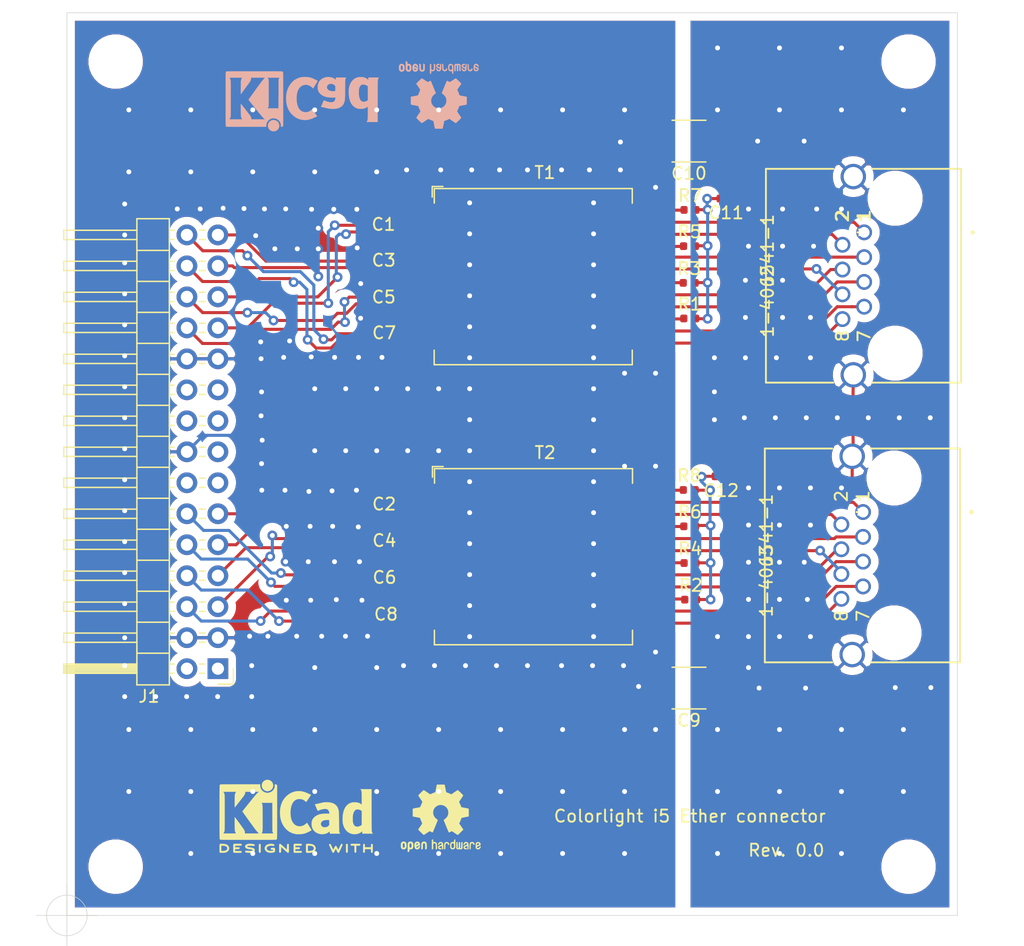
<source format=kicad_pcb>
(kicad_pcb (version 20221018) (generator pcbnew)
  (layers (0 "F.Cu" signal) (31 "B.Cu" signal) (34 "B.Paste" user) (35 "F.Paste" user) (36 "B.SilkS" user "B.Silkscreen") (37 "F.SilkS" user "F.Silkscreen") (38 "B.Mask" user) (39 "F.Mask" user) (44 "Edge.Cuts" user))
  (net 0 "")
  (net 1 "Net-(C1-Pad1)")
  (net 2 "GND")
  (net 3 "Net-(C2-Pad1)")
  (net 4 "Net-(C3-Pad1)")
  (net 5 "Net-(C4-Pad1)")
  (net 6 "Net-(C5-Pad1)")
  (net 7 "Net-(C6-Pad1)")
  (net 8 "Net-(C7-Pad1)")
  (net 9 "Net-(C8-Pad1)")
  (net 10 "Earth")
  (net 11 "Net-(C11-Pad2)")
  (net 12 "Net-(C12-Pad2)")
  (net 13 "Net-(J1-Pad1)")
  (net 14 "Net-(J1-Pad2)")
  (net 15 "Net-(J1-Pad5)")
  (net 16 "Net-(J1-Pad6)")
  (net 17 "Net-(J1-Pad7)")
  (net 18 "Net-(J1-Pad8)")
  (net 19 "Net-(J1-Pad11)")
  (net 20 "Net-(J1-Pad12)")
  (net 21 "Net-(J1-Pad13)")
  (net 22 "Net-(J1-Pad14)")
  (net 23 "Net-(J1-Pad15)")
  (net 24 "Net-(J1-Pad17)")
  (net 25 "Net-(J1-Pad18)")
  (net 26 "Net-(J1-Pad19)")
  (net 27 "Net-(J1-Pad20)")
  (net 28 "Net-(J1-Pad23)")
  (net 29 "Net-(J1-Pad24)")
  (net 30 "Net-(J1-Pad25)")
  (net 31 "Net-(J1-Pad26)")
  (net 32 "Net-(J1-Pad29)")
  (net 33 "Net-(J1-Pad30)")
  (net 34 "Net-(J2-Pad8)")
  (net 35 "Net-(J2-Pad7)")
  (net 36 "Net-(J2-Pad6)")
  (net 37 "Net-(J2-Pad5)")
  (net 38 "Net-(J2-Pad4)")
  (net 39 "Net-(J2-Pad3)")
  (net 40 "Net-(J2-Pad2)")
  (net 41 "Net-(J2-Pad1)")
  (net 42 "Net-(J3-Pad1)")
  (net 43 "Net-(J3-Pad2)")
  (net 44 "Net-(J3-Pad3)")
  (net 45 "Net-(J3-Pad4)")
  (net 46 "Net-(J3-Pad5)")
  (net 47 "Net-(J3-Pad6)")
  (net 48 "Net-(J3-Pad7)")
  (net 49 "Net-(J3-Pad8)")
  (net 50 "Net-(R1-Pad1)")
  (net 51 "Net-(R2-Pad1)")
  (net 52 "Net-(R3-Pad1)")
  (net 53 "Net-(R4-Pad1)")
  (net 54 "Net-(R5-Pad1)")
  (net 55 "Net-(R6-Pad1)")
  (net 56 "Net-(R7-Pad1)")
  (net 57 "Net-(R8-Pad1)")
  (net 58 "Net-(J1-Pad9)")
  (net 59 "Net-(J1-Pad10)")
  (net 60 "Net-(J1-Pad27)")
  (net 61 "Net-(J1-Pad28)")
  (footprint "Capacitor_SMD:C_0402_1005Metric" (layer "F.Cu") (at 99.96 59.18 180)
    (fp_text reference "C1")
    (fp_text value "0.1u")
  )
  (footprint "Capacitor_SMD:C_0402_1005Metric" (layer "F.Cu") (at 100.01 82.11 180)
    (fp_text reference "C2")
    (fp_text value "0.1u")
  )
  (footprint "Capacitor_SMD:C_0402_1005Metric" (layer "F.Cu") (at 99.98 62.12 180)
    (fp_text reference "C3")
    (fp_text value "0.1u")
  )
  (footprint "Capacitor_SMD:C_0402_1005Metric" (layer "F.Cu") (at 100.025 85.1 180)
    (fp_text reference "C4")
    (fp_text value "0.1u")
  )
  (footprint "Capacitor_SMD:C_0402_1005Metric" (layer "F.Cu") (at 99.98 65.14 180)
    (fp_text reference "C5")
    (fp_text value "0.1u")
  )
  (footprint "Capacitor_SMD:C_0402_1005Metric" (layer "F.Cu") (at 100.04 88.12 180)
    (fp_text reference "C6")
    (fp_text value "0.1u")
  )
  (footprint "Capacitor_SMD:C_0402_1005Metric" (layer "F.Cu") (at 100.01 68.07 180)
    (fp_text reference "C7")
    (fp_text value "0.1u")
  )
  (footprint "Capacitor_SMD:C_0402_1005Metric" (layer "F.Cu") (at 100.16 91.14 180)
    (fp_text reference "C8")
    (fp_text value "0.1u")
  )
  (footprint "Resistor_SMD:R_1812_4532Metric" (layer "F.Cu") (at 125 98.36 180)
    (fp_text reference "C9")
    (fp_text value "4700p")
  )
  (footprint "Resistor_SMD:R_1812_4532Metric" (layer "F.Cu") (at 125 53.52 180)
    (fp_text reference "C10")
    (fp_text value "4700p")
  )
  (footprint "Capacitor_SMD:C_0402_1005Metric" (layer "F.Cu") (at 128.04 58.23 180)
    (fp_text reference "C11")
    (fp_text value "1000p")
  )
  (footprint "Capacitor_SMD:C_0402_1005Metric" (layer "F.Cu") (at 127.64 81 180)
    (fp_text reference "C12")
    (fp_text value "1000p")
  )
  (footprint "Connector_PinHeader_2.54mm:PinHeader_2x15_P2.54mm_Horizontal" (layer "F.Cu") (at 86.38 96.77 180)
    (fp_text reference "J1")
    (fp_text value "Conn_02x15_Odd_Even")
  )
  (footprint "MJ406541:1-406541-1" (layer "F.Cu") (at 139.36 61 -90)
    (fp_text reference "J2")
    (fp_text value "1-406541-1")
  )
  (footprint "MJ406541:1-406541-1" (layer "F.Cu") (at 139.27 83.93 -90)
    (fp_text reference "J3")
    (fp_text value "1-406541-1")
  )
  (footprint "Resistor_SMD:R_0402_1005Metric" (layer "F.Cu") (at 125.06 68.06)
    (fp_text reference "R1")
    (fp_text value "75")
  )
  (footprint "Resistor_SMD:R_0402_1005Metric" (layer "F.Cu") (at 125.14 91.11)
    (fp_text reference "R2")
    (fp_text value "75")
  )
  (footprint "Resistor_SMD:R_0402_1005Metric" (layer "F.Cu") (at 125.015 65.14)
    (fp_text reference "R3")
    (fp_text value "75")
  )
  (footprint "Resistor_SMD:R_0402_1005Metric" (layer "F.Cu") (at 125.085 88.11)
    (fp_text reference "R4")
    (fp_text value "75")
  )
  (footprint "Resistor_SMD:R_0402_1005Metric" (layer "F.Cu") (at 125.04 62.13)
    (fp_text reference "R5")
    (fp_text value "75")
  )
  (footprint "Resistor_SMD:R_0402_1005Metric" (layer "F.Cu") (at 125.06 85.1)
    (fp_text reference "R6")
    (fp_text value "75")
  )
  (footprint "Resistor_SMD:R_0402_1005Metric" (layer "F.Cu") (at 125.08 59.16)
    (fp_text reference "R7")
    (fp_text value "75")
  )
  (footprint "Resistor_SMD:R_0402_1005Metric" (layer "F.Cu") (at 125.02 82.12)
    (fp_text reference "R8")
    (fp_text value "75")
  )
  (footprint "HX5008:HX5008NL" (layer "F.Cu") (at 108.03 64.63)
    (fp_text reference "T1")
    (fp_text value "HX5008")
  )
  (footprint "HX5008:HX5008NL" (layer "F.Cu") (at 108.05 87.59)
    (fp_text reference "T2")
    (fp_text value "HX5008")
  )
  (footprint "MountingHole:MountingHole_3.2mm_M3" (layer "F.Cu") (at 78 47)
    (fp_text reference "REF**")
    (fp_text value "MountingHole_3.2mm_M3")
  )
  (footprint "MountingHole:MountingHole_3.2mm_M3" (layer "F.Cu") (at 143 47)
    (fp_text reference "REF**")
    (fp_text value "MountingHole_3.2mm_M3")
  )
  (footprint "MountingHole:MountingHole_3.2mm_M3" (layer "F.Cu") (at 78 113)
    (fp_text reference "REF**")
    (fp_text value "MountingHole_3.2mm_M3")
  )
  (footprint "MountingHole:MountingHole_3.2mm_M3" (layer "F.Cu") (at 143 113)
    (fp_text reference "REF**")
    (fp_text value "MountingHole_3.2mm_M3")
  )
  (footprint "Symbol:KiCad-Logo2_5mm_SilkScreen" (layer "F.Cu") (at 92.79 108.86)
    (fp_text reference "REF**" hide)
    (fp_text value "KiCad-Logo2_5mm_SilkScreen" hide)
  )
  (footprint "Symbol:OSHW-Logo2_7.3x6mm_SilkScreen" (layer "F.Cu") (at 104.65 109.03)
    (fp_text reference "REF**" hide)
    (fp_text value "OSHW-Logo2_7.3x6mm_SilkScreen" hide)
  )
  (footprint "Symbol:KiCad-Logo_5mm_SilkScreen" (layer "B.Cu") (at 93.29 49.74)
    (fp_text reference "REF**" hide)
    (fp_text value "KiCad-Logo_5mm_SilkScreen" hide)
  )
  (footprint "Symbol:OSHW-Logo2_7.3x6mm_SilkScreen" (layer "B.Cu") (at 104.49 49.74)
    (fp_text reference "REF**" hide)
    (fp_text value "OSHW-Logo2_7.3x6mm_SilkScreen" hide)
  )
  (gr_line (start 147 117) (end 74 117) (stroke (width 0.05)) (layer "Edge.Cuts"))
  (gr_line (start 74 43) (end 147 43) (stroke (width 0.05)) (layer "Edge.Cuts"))
  (gr_line (start 74 117) (end 74 43) (stroke (width 0.05)) (layer "Edge.Cuts"))
  (gr_line (start 147 43) (end 147 117) (stroke (width 0.05)) (layer "Edge.Cuts"))
  (gr_text "Colorlight i5 Ether connector" (at 125.07 108.86) (layer "F.SilkS") (effects (font (size 1 1))))
  (gr_text "Rev. 0.0" (at 132.98 111.66) (layer "F.SilkS") (effects (font (size 1 1))))
  (target plus (at 74 117) (size 5) (width 0.05) (layer "Edge.Cuts"))
  (segment (start 103.3293 59.18) (end 103.331 59.1817) (width 0.25) (layer "F.Cu") (net 1))
  (segment (start 100.445 59.18) (end 103.3293 59.18) (width 0.25) (layer "F.Cu") (net 1))
  (segment (start 101.694 56.04) (end 101.854 55.88) (width 0.25) (layer "F.Cu") (net 2))
  (segment (start 99.19 94.11) (end 98.65 94.11) (width 0.25) (layer "F.Cu") (net 2))
  (segment (start 91.98 82.24) (end 91.88 82.14) (width 0.25) (layer "F.Cu") (net 2))
  (segment (start 99.405 59.11) (end 99.475 59.18) (width 0.25) (layer "F.Cu") (net 2))
  (segment (start 89.96 71.4) (end 89.92 71.36) (width 0.25) (layer "F.Cu") (net 2))
  (segment (start 121 98.36) (end 120.87 98.23) (width 0.25) (layer "F.Cu") (net 2))
  (segment (start 94.61 59.66) (end 94.06 59.11) (width 0.25) (layer "F.Cu") (net 2))
  (segment (start 78.74 81.28) (end 78.74 83.82) (width 0.25) (layer "F.Cu") (net 2))
  (segment (start 83.84 71.37) (end 86.38 71.37) (width 0.25) (layer "F.Cu") (net 2))
  (segment (start 84.99 59.02) (end 84.93 59.08) (width 0.25) (layer "F.Cu") (net 2))
  (segment (start 94.32 101.76) (end 99.4 101.76) (width 0.25) (layer "F.Cu") (net 2))
  (segment (start 93.79 88) (end 95.94 88) (width 0.25) (layer "F.Cu") (net 2))
  (segment (start 104.48 106.84) (end 99.4 106.84) (width 0.25) (layer "F.Cu") (net 2))
  (segment (start 78.74 86.36) (end 78.74 88.9) (width 0.25) (layer "F.Cu") (net 2))
  (segment (start 94.32 50.96) (end 99.4 50.96) (width 0.25) (layer "F.Cu") (net 2))
  (segment (start 84.16 111.92) (end 89.24 111.92) (width 0.25) (layer "F.Cu") (net 2))
  (segment (start 95.79 82.14) (end 95.74 82.19) (width 0.25) (layer "F.Cu") (net 2))
  (segment (start 104.48 101.76) (end 109.56 101.76) (width 0.25) (layer "F.Cu") (net 2))
  (segment (start 78.74 101.42) (end 79.08 101.76) (width 0.25) (layer "F.Cu") (net 2))
  (segment (start 104.48 111.92) (end 109.56 111.92) (width 0.25) (layer "F.Cu") (net 2))
  (segment (start 89.91 71.37) (end 89.92 71.36) (width 0.25) (layer "F.Cu") (net 2))
  (segment (start 94.32 106.84) (end 89.24 106.84) (width 0.25) (layer "F.Cu") (net 2))
  (segment (start 98.19 91.16) (end 96.14 91.16) (width 0.25) (layer "F.Cu") (net 2))
  (segment (start 89.97 69.9) (end 89.89 69.98) (width 0.25) (layer "F.Cu") (net 2))
  (segment (start 94.06 59.11) (end 91.97 59.11) (width 0.25) (layer "F.Cu") (net 2))
  (segment (start 119.38 53.594) (end 122.7885 53.594) (width 0.25) (layer "F.Cu") (net 2))
  (segment (start 119.72 101.76) (end 119.72 106.84) (width 0.25) (layer "F.Cu") (net 2))
  (segment (start 94.32 96.68) (end 99.4 96.68) (width 0.25) (layer "F.Cu") (net 2))
  (segment (start 97.74 82.14) (end 95.79 82.14) (width 0.25) (layer "F.Cu") (net 2))
  (segment (start 116.84 55.88) (end 114.554 55.88) (width 0.25) (layer "F.Cu") (net 2))
  (segment (start 114.64 111.92) (end 119.72 111.92) (width 0.25) (layer "F.Cu") (net 2))
  (segment (start 88.55 59.08) (end 88.52 59.05) (width 0.25) (layer "F.Cu") (net 2))
  (segment (start 104.48 50.96) (end 109.56 50.96) (width 0.25) (layer "F.Cu") (net 2))
  (segment (start 119.38 53.594) (end 119.38 55.88) (width 0.25) (layer "F.Cu") (net 2))
  (segment (start 97.89 85.15) (end 99.49 85.15) (width 0.25) (layer "F.Cu") (net 2))
  (segment (start 91.05 62.35) (end 90.56 62.35) (width 0.25) (layer "F.Cu") (net 2))
  (segment (start 86.38 71.37) (end 89.91 71.37) (width 0.25) (layer "F.Cu") (net 2))
  (segment (start 91.97 59.11) (end 91.94 59.08) (width 0.25) (layer "F.Cu") (net 2))
  (segment (start 79.08 56.04) (end 84.16 56.04) (width 0.25) (layer "F.Cu") (net 2))
  (segment (start 92.26 69.9) (end 89.97 69.9) (width 0.25) (layer "F.Cu") (net 2))
  (segment (start 114.64 50.96) (end 119.72 50.96) (width 0.25) (layer "F.Cu") (net 2))
  (segment (start 98.555685 88) (end 98.705685 88.15) (width 0.25) (layer "F.Cu") (net 2))
  (segment (start 114.64 101.76) (end 119.72 101.76) (width 0.25) (layer "F.Cu") (net 2))
  (segment (start 94.61 62.35) (end 92.89 62.35) (width 0.25) (layer "F.Cu") (net 2))
  (segment (start 99.345 62.27) (end 99.495 62.12) (width 0.25) (layer "F.Cu") (net 2))
  (segment (start 97.99 88) (end 98.555685 88) (width 0.25) (layer "F.Cu") (net 2))
  (segment (start 93.99 91.16) (end 91.99 91.16) (width 0.25) (layer "F.Cu") (net 2))
  (segment (start 96.14 91.16) (end 96.09 91.11) (width 0.25) (layer "F.Cu") (net 2))
  (segment (start 86.38 94.23) (end 88.86 94.23) (width 0.25) (layer "F.Cu") (net 2))
  (segment (start 106.68 96.52) (end 104.14 96.52) (width 0.25) (layer "F.Cu") (net 2))
  (segment (start 86.36 99.06) (end 89.154 99.06) (width 0.25) (layer "F.Cu") (net 2))
  (segment (start 111.76 96.52) (end 109.22 96.52) (width 0.25) (layer "F.Cu") (net 2))
  (segment (start 94.69 62.27) (end 94.61 62.35) (width 0.25) (layer "F.Cu") (net 2))
  (segment (start 93.84 82.24) (end 91.98 82.24) (width 0.25) (layer "F.Cu") (net 2))
  (segment (start 122.7885 53.594) (end 122.8625 53.52) (width 0.25) (layer "F.Cu") (net 2))
  (segment (start 104.648 55.88) (end 101.854 55.88) (width 0.25) (layer "F.Cu") (net 2))
  (segment (start 99.495 68.04) (end 99.525 68.07) (width 0.25) (layer "F.Cu") (net 2))
  (segment (start 78.74 66.04) (end 78.74 68.58) (width 0.25) (layer "F.Cu") (net 2))
  (segment (start 94.32 111.92) (end 99.4 111.92) (width 0.25) (layer "F.Cu") (net 2))
  (segment (start 111.76 55.88) (end 109.474 55.88) (width 0.25) (layer "F.Cu") (net 2))
  (segment (start 78.74 99.06) (end 78.74 101.42) (width 0.25) (layer "F.Cu") (net 2))
  (segment (start 79.146 59.08) (end 78.74 58.674) (width 0.25) (layer "F.Cu") (net 2))
  (segment (start 90.01 78.04) (end 90.01 76.13) (width 0.25) (layer "F.Cu") (net 2))
  (segment (start 117.094 96.52) (end 114.554 96.52) (width 0.25) (layer "F.Cu") (net 2))
  (segment (start 88.86 94.23) (end 88.98 94.11) (width 0.25) (layer "F.Cu") (net 2))
  (segment (start 109.474 55.88) (end 107.188 55.88) (width 0.25) (layer "F.Cu") (net 2))
  (segment (start 89.96 74.08) (end 89.96 71.4) (width 0.25) (layer "F.Cu") (net 2))
  (segment (start 84.16 50.96) (end 89.24 50.96) (width 0.25) (layer "F.Cu") (net 2))
  (segment (start 99.49 85.15) (end 99.54 85.1) (width 0.25) (layer "F.Cu") (net 2))
  (segment (start 95.95 71.25) (end 97.91 71.25) (width 0.25) (layer "F.Cu") (net 2))
  (segment (start 95.84 85.15) (end 95.79 85.1) (width 0.25) (layer "F.Cu") (net 2))
  (segment (start 97.77 59.11) (end 99.405 59.11) (width 0.25) (layer "F.Cu") (net 2))
  (segment (start 89.98 82.14) (end 89.98 79.98) (width 0.25) (layer "F.Cu") (net 2))
  (segment (start 90.2 59.08) (end 88.55 59.08) (width 0.25) (layer "F.Cu") (net 2))
  (segment (start 98.09 65.2) (end 99.435 65.2) (width 0.25) (layer "F.Cu") (net 2))
  (segment (start 83.84 94.23) (end 86.38 94.23) (width 0.25) (layer "F.Cu") (net 2))
  (segment (start 86.81 59.02) (end 84.99 59.02) (width 0.25) (layer "F.Cu") (net 2))
  (segment (start 122.8625 98.36) (end 122.26 99.22) (width 0.25) (layer "F.Cu") (net 2))
  (segment (start 78.74 76.2) (end 78.74 78.74) (width 0.25) (layer "F.Cu") (net 2))
  (segment (start 78.74 91.44) (end 78.74 94.234) (width 0.25) (layer "F.Cu") (net 2))
  (segment (start 99.4 56.04) (end 101.694 56.04) (width 0.25) (layer "F.Cu") (net 2))
  (segment (start 99.495 82.14) (end 99.525 82.11) (width 0.25) (layer "F.Cu") (net 2))
  (segment (start 83.05 59.08) (end 79.146 59.08) (width 0.25) (layer "F.Cu") (net 2))
  (segment (start 79.08 56.04) (end 79.08 50.96) (width 0.25) (layer "F.Cu") (net 2))
  (segment (start 98.19 91.16) (end 99.655 91.16) (width 0.25) (layer "F.Cu") (net 2))
  (segment (start 78.74 61.214) (end 78.74 63.5) (width 0.25) (layer "F.Cu") (net 2))
  (segment (start 90.48 94.11) (end 92.84 94.11) (width 0.25) (layer "F.Cu") (net 2))
  (segment (start 99.435 65.2) (end 99.495 65.14) (width 0.25) (layer "F.Cu") (net 2))
  (segment (start 91.77 71.25) (end 93.99 71.25) (width 0.25) (layer "F.Cu") (net 2))
  (segment (start 89.24 56.04) (end 94.32 56.04) (width 0.25) (layer "F.Cu") (net 2))
  (segment (start 98.735685 88.12) (end 99.555 88.12) (width 0.25) (layer "F.Cu") (net 2))
  (segment (start 122.26 99.22) (end 121 98.36) (width 0.25) (layer "F.Cu") (net 2))
  (segment (start 97.89 85.15) (end 95.84 85.15) (width 0.25) (layer "F.Cu") (net 2))
  (segment (start 84.16 101.76) (end 89.24 101.76) (width 0.25) (layer "F.Cu") (net 2))
  (segment (start 97.8 62.27) (end 94.69 62.27) (width 0.25) (layer "F.Cu") (net 2))
  (segment (start 98.705685 88.15) (end 98.735685 88.12) (width 0.25) (layer "F.Cu") (net 2))
  (segment (start 93.99 71.25) (end 94.03 71.21) (width 0.25) (layer "F.Cu") (net 2))
  (segment (start 89.98 79.98) (end 89.96 79.96) (width 0.25) (layer "F.Cu") (net 2))
  (segment (start 81.28 99.06) (end 83.82 99.06) (width 0.25) (layer "F.Cu") (net 2))
  (segment (start 90.56 62.35) (end 89.48 61.27) (width 0.25) (layer "F.Cu") (net 2))
  (segment (start 97.77 59.11) (end 95.88 59.11) (width 0.25) (layer "F.Cu") (net 2))
  (segment (start 122.26 101.76) (end 122.26 99.22) (width 0.25) (layer "F.Cu") (net 2))
  (segment (start 99.655 91.16) (end 99.675 91.14) (width 0.25) (layer "F.Cu") (net 2))
  (segment (start 97.74 82.14) (end 99.495 82.14) (width 0.25) (layer "F.Cu") (net 2))
  (segment (start 90.01 76.13) (end 89.92 76.04) (width 0.25) (layer "F.Cu") (net 2))
  (segment (start 114.64 106.84) (end 109.56 106.84) (width 0.25) (layer "F.Cu") (net 2))
  (segment (start 78.74 96.52) (end 78.74 99.06) (width 0.25) (layer "F.Cu") (net 2))
  (segment (start 84.16 106.84) (end 79.08 106.84) (width 0.25) (layer "F.Cu") (net 2))
  (segment (start 97.8 62.27) (end 99.345 62.27) (width 0.25) (layer "F.Cu") (net 2))
  (segment (start 91.93 88) (end 93.79 88) (width 0.25) (layer "F.Cu") (net 2))
  (segment (start 94.61 60.66) (end 94.61 59.66) (width 0.25) (layer "F.Cu") (net 2))
  (segment (start 94.89 94.11) (end 96.84 94.11) (width 0.25) (layer "F.Cu") (net 2))
  (segment (start 101.6 96.52) (end 99.19 94.11) (width 0.25) (layer "F.Cu") (net 2))
  (segment (start 98.08 68.04) (end 99.495 68.04) (width 0.25) (layer "F.Cu") (net 2))
  (segment (start 89.154 99.06) (end 89.154 96.52) (width 0.25) (layer "F.Cu") (net 2))
  (segment (start 78.74 71.12) (end 78.74 73.66) (width 0.25) (layer "F.Cu") (net 2))
  (via (at 94.06 59.11) (size 0.8) (drill 0.4) (layers "F.Cu" "B.Cu") (net 2))
  (via (at 89.24 101.76) (size 0.8) (drill 0.4) (layers "F.Cu" "B.Cu") (net 2))
  (via (at 117.18 63.66) (size 0.8) (drill 0.4) (layers "F.Cu" "B.Cu") (net 2))
  (via (at 109.56 111.92) (size 0.8) (drill 0.4) (layers "F.Cu" "B.Cu") (net 2))
  (via (at 96.09 91.11) (size 0.8) (drill 0.4) (layers "F.Cu" "B.Cu") (net 2))
  (via (at 119.72 111.92) (size 0.8) (drill 0.4) (layers "F.Cu" "B.Cu") (net 2))
  (via (at 114.554 55.88) (size 0.8) (drill 0.4) (layers "F.Cu" "B.Cu") (net 2))
  (via (at 78.74 71.12) (size 0.8) (drill 0.4) (layers "F.Cu" "B.Cu") (net 2))
  (via (at 84.16 106.84) (size 0.8) (drill 0.4) (layers "F.Cu" "B.Cu") (net 2))
  (via (at 79.08 101.76) (size 0.8) (drill 0.4) (layers "F.Cu" "B.Cu") (net 2))
  (via (at 122.26 57.31) (size 0.8) (drill 0.4) (layers "F.Cu" "B.Cu") (net 2))
  (via (at 117.18 94.14) (size 0.8) (drill 0.4) (layers "F.Cu" "B.Cu") (net 2))
  (via (at 104.648 55.88) (size 0.8) (drill 0.4) (layers "F.Cu" "B.Cu") (net 2))
  (via (at 119.38 53.594) (size 0.8) (drill 0.4) (layers "F.Cu" "B.Cu") (net 2))
  (via (at 107.02 83.98) (size 0.8) (drill 0.4) (layers "F.Cu" "B.Cu") (net 2))
  (via (at 91.99 91.16) (size 0.8) (drill 0.4) (layers "F.Cu" "B.Cu") (net 2))
  (via (at 89.96 79.96) (size 0.8) (drill 0.4) (layers "F.Cu" "B.Cu") (net 2))
  (via (at 107.02 66.2) (size 0.8) (drill 0.4) (layers "F.Cu" "B.Cu") (net 2))
  (via (at 95.88 59.11) (size 0.8) (drill 0.4) (layers "F.Cu" "B.Cu") (net 2))
  (via (at 117.18 73.82) (size 0.8) (drill 0.4) (layers "F.Cu" "B.Cu") (net 2))
  (via (at 119.72 80.17) (size 0.8) (drill 0.4) (layers "F.Cu" "B.Cu") (net 2))
  (via (at 107.02 58.58) (size 0.8) (drill 0.4) (layers "F.Cu" "B.Cu") (net 2))
  (via (at 104.48 101.76) (size 0.8) (drill 0.4) (layers "F.Cu" "B.Cu") (net 2))
  (via (at 117.18 89.06) (size 0.8) (drill 0.4) (layers "F.Cu" "B.Cu") (net 2))
  (via (at 94.03 71.21) (size 0.8) (drill 0.4) (layers "F.Cu" "B.Cu") (net 2))
  (via (at 88.52 59.05) (size 0.8) (drill 0.4) (layers "F.Cu" "B.Cu") (net 2))
  (via (at 89.48 61.27) (size 0.8) (drill 0.4) (layers "F.Cu" "B.Cu") (net 2))
  (via (at 79.08 106.84) (size 0.8) (drill 0.4) (layers "F.Cu" "B.Cu") (net 2))
  (via (at 107.02 73.82) (size 0.8) (drill 0.4) (layers "F.Cu" "B.Cu") (net 2))
  (via (at 84.16 101.76) (size 0.8) (drill 0.4) (layers "F.Cu" "B.Cu") (net 2))
  (via (at 96.84 94.11) (size 0.8) (drill 0.4) (layers "F.Cu" "B.Cu") (net 2))
  (via (at 81.28 99.06) (size 0.8) (drill 0.4) (layers "F.Cu" "B.Cu") (net 2))
  (via (at 117.18 81.44) (size 0.8) (drill 0.4) (layers "F.Cu" "B.Cu") (net 2))
  (via (at 117.18 66.2) (size 0.8) (drill 0.4) (layers "F.Cu" "B.Cu") (net 2))
  (via (at 94.32 111.92) (size 0.8) (drill 0.4) (layers "F.Cu" "B.Cu") (net 2))
  (via (at 89.24 50.96) (size 0.8) (drill 0.4) (layers "F.Cu" "B.Cu") (net 2))
  (via (at 114.64 111.92) (size 0.8) (drill 0.4) (layers "F.Cu" "B.Cu") (net 2))
  (via (at 97.91 71.25) (size 0.8) (drill 0.4) (layers "F.Cu" "B.Cu") (net 2))
  (via (at 95.94 88) (size 0.8) (drill 0.4) (layers "F.Cu" "B.Cu") (net 2))
  (via (at 97.74 82.14) (size 0.8) (drill 0.4) (layers "F.Cu" "B.Cu") (net 2))
  (via (at 94.32 73.82) (size 0.8) (drill 0.4) (layers "F.Cu" "B.Cu") (net 2))
  (via (at 117.18 61.12) (size 0.8) (drill 0.4) (layers "F.Cu" "B.Cu") (net 2))
  (via (at 91.77 71.25) (size 0.8) (drill 0.4) (layers "F.Cu" "B.Cu") (net 2))
  (via (at 99.4 50.96) (size 0.8) (drill 0.4) (layers "F.Cu" "B.Cu") (net 2))
  (via (at 94.32 56.04) (size 0.8) (drill 0.4) (layers "F.Cu" "B.Cu") (net 2))
  (via (at 83.82 99.06) (size 0.8) (drill 0.4) (layers "F.Cu" "B.Cu") (net 2))
  (via (at 114.64 106.84) (size 0.8) (drill 0.4) (layers "F.Cu" "B.Cu") (net 2))
  (via (at 91.05 62.35) (size 0.8) (drill 0.4) (layers "F.Cu" "B.Cu") (net 2))
  (via (at 114.554 96.52) (size 0.8) (drill 0.4) (layers "F.Cu" "B.Cu") (net 2))
  (via (at 93.79 88) (size 0.8) (drill 0.4) (layers "F.Cu" "B.Cu") (net 2))
  (via (at 122.26 95.41) (size 0.8) (drill 0.4) (layers "F.Cu" "B.Cu") (net 2))
  (via (at 78.74 94.234) (size 0.8) (drill 0.4) (layers "F.Cu" "B.Cu") (net 2))
  (via (at 96.86 78.9) (size 0.8) (drill 0.4) (layers "F.Cu" "B.Cu") (net 2))
  (via (at 86.36 99.06) (size 0.8) (drill 0.4) (layers "F.Cu" "B.Cu") (net 2))
  (via (at 78.74 86.36) (size 0.8) (drill 0.4) (layers "F.Cu" "B.Cu") (net 2))
  (via (at 94.61 62.35) (size 0.8) (drill 0.4) (layers "F.Cu" "B.Cu") (net 2))
  (via (at 96.86 73.82) (size 0.8) (drill 0.4) (layers "F.Cu" "B.Cu") (net 2))
  (via (at 94.32 78.9) (size 0.8) (drill 0.4) (layers "F.Cu" "B.Cu") (net 2))
  (via (at 94.61 64.61501) (size 0.8) (drill 0.4) (layers "F.Cu" "B.Cu") (net 2))
  (via (at 78.74 99.06) (size 0.8) (drill 0.4) (layers "F.Cu" "B.Cu") (net 2))
  (via (at 101.94 78.9) (size 0.8) (drill 0.4) (layers "F.Cu" "B.Cu") (net 2))
  (via (at 78.74 58.674) (size 0.8) (drill 0.4) (layers "F.Cu" "B.Cu") (net 2))
  (via (at 78.74 96.52) (size 0.8) (drill 0.4) (layers "F.Cu" "B.Cu") (net 2))
  (via (at 119.72 101.76) (size 0.8) (drill 0.4) (layers "F.Cu" "B.Cu") (net 2))
  (via (at 104.48 50.96) (size 0.8) (drill 0.4) (layers "F.Cu" "B.Cu") (net 2))
  (via (at 109.22 96.52) (size 0.8) (drill 0.4) (layers "F.Cu" "B.Cu") (net 2))
  (via (at 89.92 71.36) (size 0.8) (drill 0.4) (layers "F.Cu" "B.Cu") (net 2))
  (via (at 94.61 60.66) (size 0.8) (drill 0.4) (layers "F.Cu" "B.Cu") (net 2))
  (via (at 92.84 94.11) (size 0.8) (drill 0.4) (layers "F.Cu" "B.Cu") (net 2))
  (via (at 101.6 96.52) (size 0.8) (drill 0.4) (layers "F.Cu" "B.Cu") (net 2))
  (via (at 122.26 72.55) (size 0.8) (drill 0.4) (layers "F.Cu" "B.Cu") (net 2))
  (via (at 99.4 96.68) (size 0.8) (drill 0.4) (layers "F.Cu" "B.Cu") (net 2))
  (via (at 119.72 72.55) (size 0.8) (drill 0.4) (layers "F.Cu" "B.Cu") (net 2))
  (via (at 99.4 56.04) (size 0.8) (drill 0.4) (layers "F.Cu" "B.Cu") (net 2))
  (via (at 107.02 91.6) (size 0.8) (drill 0.4) (layers "F.Cu" "B.Cu") (net 2))
  (via (at 98.19 91.16) (size 0.8) (drill 0.4) (layers "F.Cu" "B.Cu") (net 2))
  (via (at 78.74 76.2) (size 0.8) (drill 0.4) (layers "F.Cu" "B.Cu") (net 2))
  (via (at 92.89 62.35) (size 0.8) (drill 0.4) (layers "F.Cu" "B.Cu") (net 2))
  (via (at 92.26 69.9) (size 0.8) (drill 0.4) (layers "F.Cu" "B.Cu") (net 2))
  (via (at 90.48 94.11) (size 0.8) (drill 0.4) (layers "F.Cu" "B.Cu") (net 2))
  (via (at 78.74 91.44) (size 0.8) (drill 0.4) (layers "F.Cu" "B.Cu") (net 2))
  (via (at 111.76 96.52) (size 0.8) (drill 0.4) (layers "F.Cu" "B.Cu") (net 2))
  (via (at 93.94 85.1) (size 0.8) (drill 0.4) (layers "F.Cu" "B.Cu") (net 2))
  (via (at 99.4 106.84) (size 0.8) (drill 0.4) (layers "F.Cu" "B.Cu") (net 2))
  (via (at 78.74 88.9) (size 0.8) (drill 0.4) (layers "F.Cu" "B.Cu") (net 2))
  (via (at 91.94 59.08) (size 0.8) (drill 0.4) (layers "F.Cu" "B.Cu") (net 2))
  (via (at 109.56 50.96) (size 0.8) (drill 0.4) (layers "F.Cu" "B.Cu") (net 2))
  (via (at 107.02 78.9) (size 0.8) (drill 0.4) (layers "F.Cu" "B.Cu") (net 2))
  (via (at 84.16 50.96) (size 0.8) (drill 0.4) (layers "F.Cu" "B.Cu") (net 2))
  (via (at 99.4 73.82) (size 0.8) (drill 0.4) (layers "F.Cu" "B.Cu") (net 2))
  (via (at 114.64 101.76) (size 0.8) (drill 0.4) (layers "F.Cu" "B.Cu") (net 2))
  (via (at 89.92 76.04) (size 0.8) (drill 0.4) (layers "F.Cu" "B.Cu") (net 2))
  (via (at 122.26 101.76) (size 0.8) (drill 0.4) (layers "F.Cu" "B.Cu") (net 2))
  (via (at 117.094 96.52) (size 0.8) (drill 0.4) (layers "F.Cu" "B.Cu") (net 2))
  (via (at 119.38 55.88) (size 0.8) (drill 0.4) (layers "F.Cu" "B.Cu") (net 2))
  (via (at 78.74 83.82) (size 0.8) (drill 0.4) (layers "F.Cu" "B.Cu") (net 2))
  (via (at 89.98 82.14) (size 0.8) (drill 0.4) (layers "F.Cu" "B.Cu") (net 2))
  (via (at 79.08 50.96) (size 0.8) (drill 0.4) (layers "F.Cu" "B.Cu") (net 2))
  (via (at 104.48 73.82) (size 0.8) (drill 0.4) (layers "F.Cu" "B.Cu") (net 2))
  (via (at 95.79 85.1) (size 0.8) (drill 0.4) (layers "F.Cu" "B.Cu") (net 2))
  (via (at 99.83 71.25) (size 0.8) (drill 0.4) (layers "F.Cu" "B.Cu") (net 2))
  (via (at 88.98 94.11) (size 0.8) (drill 0.4) (layers "F.Cu" "B.Cu") (net 2))
  (via (at 94.89 94.11) (size 0.8) (drill 0.4) (layers "F.Cu" "B.Cu") (net 2))
  (via (at 117.18 71.28) (size 0.8) (drill 0.4) (layers "F.Cu" "B.Cu") (net 2))
  (via (at 119.72 50.96) (size 0.8) (drill 0.4) (layers "F.Cu" "B.Cu") (net 2))
  (via (at 78.74 78.74) (size 0.8) (drill 0.4) (layers "F.Cu" "B.Cu") (net 2))
  (via (at 94.32 101.76) (size 0.8) (drill 0.4) (layers "F.Cu" "B.Cu") (net 2))
  (via (at 107.02 71.28) (size 0.8) (drill 0.4) (layers "F.Cu" "B.Cu") (net 2))
  (via (at 111.76 55.88) (size 0.8) (drill 0.4) (layers "F.Cu" "B.Cu") (net 2))
  (via (at 90.01 78.04) (size 0.8) (drill 0.4) (layers "F.Cu" "B.Cu") (net 2))
  (via (at 86.81 59.02) (size 0.8) (drill 0.4) (layers "F.Cu" "B.Cu") (net 2))
  (via (at 89.24 56.04) (size 0.8) (drill 0.4) (layers "F.Cu" "B.Cu") (net 2))
  (via (at 78.74 63.5) (size 0.8) (drill 0.4) (layers "F.Cu" "B.Cu") (net 2))
  (via (at 89.96 74.08) (size 0.8) (drill 0.4) (layers "F.Cu" "B.Cu") (net 2))
  (via (at 106.68 96.52) (size 0.8) (drill 0.4) (layers "F.Cu" "B.Cu") (net 2))
  (via (at 117.18 91.6) (size 0.8) (drill 0.4) (layers "F.Cu" "B.Cu") (net 2))
  (via (at 97.89 85.15) (size 0.8) (drill 0.4) (layers "F.Cu" "B.Cu") (net 2))
  (via (at 94.32 106.84) (size 0.8) (drill 0.4) (layers "F.Cu" "B.Cu") (net 2))
  (via (at 107.02 89.06) (size 0.8) (drill 0.4) (layers "F.Cu" "B.Cu") (net 2))
  (via (at 93.99 91.16) (size 0.8) (drill 0.4) (layers "F.Cu" "B.Cu") (net 2))
  (via (at 78.74 73.66) (size 0.8) (drill 0.4) (layers "F.Cu" "B.Cu") (net 2))
  (via (at 78.74 81.28) (size 0.8) (drill 0.4) (layers "F.Cu" "B.Cu") (net 2))
  (via (at 79.08 56.04) (size 0.8) (drill 0.4) (layers "F.Cu" "B.Cu") (net 2))
  (via (at 90.2 59.08) (size 0.8) (drill 0.4) (layers "F.Cu" "B.Cu") (net 2))
  (via (at 98.09 65.2) (size 0.8) (drill 0.4) (layers "F.Cu" "B.Cu") (net 2))
  (via (at 104.48 78.9) (size 0.8) (drill 0.4) (layers "F.Cu" "B.Cu") (net 2))
  (via (at 89.154 99.06) (size 0.8) (drill 0.4) (layers "F.Cu" "B.Cu") (net 2))
  (via (at 107.02 61.12) (size 0.8) (drill 0.4) (layers "F.Cu" "B.Cu") (net 2))
  (via (at 98.08 68.04) (size 0.8) (drill 0.4) (layers "F.Cu" "B.Cu") (net 2))
  (via (at 101.94 73.82) (size 0.8) (drill 0.4) (layers "F.Cu" "B.Cu") (net 2))
  (via (at 95.74 82.19) (size 0.8) (drill 0.4) (layers "F.Cu" "B.Cu") (net 2))
  (via (at 109.56 101.76) (size 0.8) (drill 0.4) (layers "F.Cu" "B.Cu") (net 2))
  (via (at 107.02 86.52) (size 0.8) (drill 0.4) (layers "F.Cu" "B.Cu") (net 2))
  (via (at 84.16 56.04) (size 0.8) (drill 0.4) (layers "F.Cu" "B.Cu") (net 2))
  (via (at 120.87 98.23) (size 0.8) (drill 0.4) (layers "F.Cu" "B.Cu") (net 2))
  (via (at 97.99 88) (size 0.8) (drill 0.4) (layers "F.Cu" "B.Cu") (net 2))
  (via (at 97.8 62.27) (size 0.8) (drill 0.4) (layers "F.Cu" "B.Cu") (net 2))
  (via (at 109.474 55.88) (size 0.8) (drill 0.4) (layers "F.Cu" "B.Cu") (net 2))
  (via (at 117.18 83.98) (size 0.8) (drill 0.4) (layers "F.Cu" "B.Cu") (net 2))
  (via (at 89.24 111.92) (size 0.8) (drill 0.4) (layers "F.Cu" "B.Cu") (net 2))
  (via (at 107.02 63.66) (size 0.8) (drill 0.4) (layers "F.Cu" "B.Cu") (net 2))
  (via (at 95.95 71.25) (size 0.8) (drill 0.4) (layers "F.Cu" "B.Cu") (net 2))
  (via (at 107.02 81.44) (size 0.8) (drill 0.4) (layers "F.Cu" "B.Cu") (net 2))
  (via (at 94.32 50.96) (size 0.8) (drill 0.4) (layers "F.Cu" "B.Cu") (net 2))
  (via (at 84.16 111.92) (size 0.8) (drill 0.4) (layers "F.Cu" "B.Cu") (net 2))
  (via (at 89.89 69.98) (size 0.8) (drill 0.4) (layers "F.Cu" "B.Cu") (net 2))
  (via (at 107.188 55.88) (size 0.8) (drill 0.4) (layers "F.Cu" "B.Cu") (net 2))
  (via (at 104.48 106.84) (size 0.8) (drill 0.4) (layers "F.Cu" "B.Cu") (net 2))
  (via (at 116.84 55.88) (size 0.8) (drill 0.4) (layers "F.Cu" "B.Cu") (net 2))
  (via (at 99.4 78.9) (size 0.8) (drill 0.4) (layers "F.Cu" "B.Cu") (net 2))
  (via (at 114.64 50.96) (size 0.8) (drill 0.4) (layers "F.Cu" "B.Cu") (net 2))
  (via (at 122.26 80.17) (size 0.8) (drill 0.4) (layers "F.Cu" "B.Cu") (net 2))
  (via (at 84.93 59.08) (size 0.8) (drill 0.4) (layers "F.Cu" "B.Cu") (net 2))
  (via (at 99.4 111.92) (size 0.8) (drill 0.4) (layers "F.Cu" "B.Cu") (net 2))
  (via (at 91.88 82.14) (size 0.8) (drill 0.4) (layers "F.Cu" "B.Cu") (net 2))
  (via (at 89.24 106.84) (size 0.8) (drill 0.4) (layers "F.Cu" "B.Cu") (net 2))
  (via (at 104.14 96.52) (size 0.8) (drill 0.4) (layers "F.Cu" "B.Cu") (net 2))
  (via (at 117.18 58.58) (size 0.8) (drill 0.4) (layers "F.Cu" "B.Cu") (net 2))
  (via (at 117.18 86.52) (size 0.8) (drill 0.4) (layers "F.Cu" "B.Cu") (net 2))
  (via (at 119.634 96.52) (size 0.8) (drill 0.4) (layers "F.Cu" "B.Cu") (net 2))
  (via (at 107.02 76.36) (size 0.8) (drill 0.4) (layers "F.Cu" "B.Cu") (net 2))
  (via (at 107.02 68.74) (size 0.8) (drill 0.4) (layers "F.Cu" "B.Cu") (net 2))
  (via (at 91.99 85.1) (size 0.8) (drill 0.4) (layers "F.Cu" "B.Cu") (net 2))
  (via (at 78.74 66.04) (size 0.8) (drill 0.4) (layers "F.Cu" "B.Cu") (net 2))
  (via (at 104.48 111.92) (size 0.8) (drill 0.4) (layers "F.Cu" "B.Cu") (net 2))
  (via (at 117.18 78.9) (size 0.8) (drill 0.4) (layers "F.Cu" "B.Cu") (net 2))
  (via (at 83.05 59.08) (size 0.8) (drill 0.4) (layers "F.Cu" "B.Cu") (net 2))
  (via (at 78.74 61.214) (size 0.8) (drill 0.4) (layers "F.Cu" "B.Cu") (net 2))
  (via (at 91.93 88) (size 0.8) (drill 0.4) (layers "F.Cu" "B.Cu") (net 2))
  (via (at 94.32 96.68) (size 0.8) (drill 0.4) (layers "F.Cu" "B.Cu") (net 2))
  (via (at 101.854 55.88) (size 0.8) (drill 0.4) (layers "F.Cu" "B.Cu") (net 2))
  (via (at 99.4 101.76) (size 0.8) (drill 0.4) (layers "F.Cu" "B.Cu") (net 2))
  (via (at 98.65 94.11) (size 0.8) (drill 0.4) (layers "F.Cu" "B.Cu") (net 2))
  (via (at 107.02 94.14) (size 0.8) (drill 0.4) (layers "F.Cu" "B.Cu") (net 2))
  (via (at 78.74 68.58) (size 0.8) (drill 0.4) (layers "F.Cu" "B.Cu") (net 2))
  (via (at 93.84 82.24) (size 0.8) (drill 0.4) (layers "F.Cu" "B.Cu") (net 2))
  (via (at 117.18 76.36) (size 0.8) (drill 0.4) (layers "F.Cu" "B.Cu") (net 2))
  (via (at 109.56 106.84) (size 0.8) (drill 0.4) (layers "F.Cu" "B.Cu") (net 2))
  (via (at 97.77 59.11) (size 0.8) (drill 0.4) (layers "F.Cu" "B.Cu") (net 2))
  (via (at 89.154 96.52) (size 0.8) (drill 0.4) (layers "F.Cu" "B.Cu") (net 2))
  (via (at 119.72 106.84) (size 0.8) (drill 0.4) (layers "F.Cu" "B.Cu") (net 2))
  (via (at 117.18 68.74) (size 0.8) (drill 0.4) (layers "F.Cu" "B.Cu") (net 2))
  (segment (start 91.77 71.25) (end 91.77 70.39) (width 0.25) (layer "B.Cu") (net 2))
  (segment (start 99.4 111.92) (end 104.48 111.92) (width 0.25) (layer "B.Cu") (net 2))
  (segment (start 109.22 96.52) (end 106.68 96.52) (width 0.25) (layer "B.Cu") (net 2))
  (segment (start 88.52 59.05) (end 86.84 59.05) (width 0.25) (layer "B.Cu") (net 2))
  (segment (start 94.61 62.35) (end 94.61 60.66) (width 0.25) (layer "B.Cu") (net 2))
  (segment (start 99.4 106.84) (end 94.32 106.84) (width 0.25) (layer "B.Cu") (net 2))
  (segment (start 78.74 56.38) (end 79.08 56.04) (width 0.25) (layer "B.Cu") (net 2))
  (segment (start 119.38 55.88) (end 116.84 55.88) (width 0.25) (layer "B.Cu") (net 2))
  (segment (start 94.03 71.21) (end 95.91 71.21) (width 0.25) (layer "B.Cu") (net 2))
  (segment (start 90.03 71.25) (end 89.92 71.36) (width 0.25) (layer "B.Cu") (net 2))
  (segment (start 83.84 78.99) (end 85.189999 77.640001) (width 0.25) (layer "B.Cu") (net 2))
  (segment (start 93.89 82.19) (end 93.84 82.24) (width 0.25) (layer "B.Cu") (net 2))
  (segment (start 89.96 78.09) (end 90.01 78.04) (width 0.25) (layer "B.Cu") (net 2))
  (segment (start 97.91 71.25) (end 99.83 71.25) (width 0.25) (layer "B.Cu") (net 2))
  (segment (start 99.4 101.76) (end 104.48 101.76) (width 0.25) (layer "B.Cu") (net 2))
  (segment (start 89.154 94.284) (end 88.98 94.11) (width 0.25) (layer "B.Cu") (net 2))
  (segment (start 79.08 101.76) (end 84.16 101.76) (width 0.25) (layer "B.Cu") (net 2))
  (segment (start 109.56 101.76) (end 114.64 101.76) (width 0.25) (layer "B.Cu") (net 2))
  (segment (start 78.74 78.74) (end 78.74 81.28) (width 0.25) (layer "B.Cu") (net 2))
  (segment (start 99.4 50.96) (end 104.48 50.96) (width 0.25) (layer "B.Cu") (net 2))
  (segment (start 89.154 96.52) (end 89.154 94.284) (width 0.25) (layer "B.Cu") (net 2))
  (segment (start 97.94 85.2) (end 97.89 85.15) (width 0.25) (layer "B.Cu") (net 2))
  (segment (start 78.74 63.5) (end 78.74 66.04) (width 0.25) (layer "B.Cu") (net 2))
  (segment (start 96.84 94.11) (end 98.65 94.11) (width 0.25) (layer "B.Cu") (net 2))
  (segment (start 94.32 101.76) (end 94.32 96.68) (width 0.25) (layer "B.Cu") (net 2))
  (segment (start 93.94 85.1) (end 91.99 85.1) (width 0.25) (layer "B.Cu") (net 2))
  (segment (start 85.189999 77.640001) (end 89.610001 77.640001) (width 0.25) (layer "B.Cu") (net 2))
  (segment (start 119.72 50.96) (end 119.72 53.254) (width 0.25) (layer "B.Cu") (net 2))
  (segment (start 114.554 55.88) (end 111.76 55.88) (width 0.25) (layer "B.Cu") (net 2))
  (segment (start 91.88 82.14) (end 89.98 82.14) (width 0.25) (layer "B.Cu") (net 2))
  (segment (start 97.89 82.29) (end 97.74 82.14) (width 0.25) (layer "B.Cu") (net 2))
  (segment (start 98.65 91.62) (end 98.19 91.16) (width 0.25) (layer "B.Cu") (net 2))
  (segment (start 89.24 50.96) (end 94.32 50.96) (width 0.25) (layer "B.Cu") (net 2))
  (segment (start 84.16 56.04) (end 89.24 56.04) (width 0.25) (layer "B.Cu") (net 2))
  (segment (start 95.94 88) (end 97.99 88) (width 0.25) (layer "B.Cu") (net 2))
  (segment (start 78.74 83.82) (end 78.74 86.36) (width 0.25) (layer "B.Cu") (net 2))
  (segment (start 98.09 65.2) (end 98.09 62.56) (width 0.25) (layer "B.Cu") (net 2))
  (segment (start 78.74 73.66) (end 78.74 76.2) (width 0.25) (layer "B.Cu") (net 2))
  (segment (start 99.83 69.79) (end 98.08 68.04) (width 0.25) (layer "B.Cu") (net 2))
  (segment (start 101 55.88) (end 97.77 59.11) (width 0.25) (layer "B.Cu") (net 2))
  (segment (start 97.99 87.434315) (end 97.94 87.384315) (width 0.25) (layer "B.Cu") (net 2))
  (segment (start 97.8 59.14) (end 97.77 59.11) (width 0.25) (layer "B.Cu") (net 2))
  (segment (start 99.83 71.25) (end 99.83 69.79) (width 0.25) (layer "B.Cu") (net 2))
  (segment (start 119.72 111.92) (end 119.72 106.84) (width 0.25) (layer "B.Cu") (net 2))
  (segment (start 89.48 61.27) (end 89.48 59.8) (width 0.25) (layer "B.Cu") (net 2))
  (segment (start 119.72 101.76) (end 122.26 101.76) (width 0.25) (layer "B.Cu") (net 2))
  (segment (start 89.24 106.84) (end 84.16 106.84) (width 0.25) (layer "B.Cu") (net 2))
  (segment (start 92.84 94.11) (end 94.89 94.11) (width 0.25) (layer "B.Cu") (net 2))
  (segment (start 109.56 50.96) (end 114.64 50.96) (width 0.25) (layer "B.Cu") (net 2))
  (segment (start 109.56 106.84) (end 104.48 106.84) (width 0.25) (layer "B.Cu") (net 2))
  (segment (start 95.74 82.19) (end 93.89 82.19) (width 0.25) (layer "B.Cu") (net 2))
  (segment (start 119.72 53.254) (end 119.38 53.594) (width 0.25) (layer "B.Cu") (net 2))
  (segment (start 94.32 56.04) (end 99.4 56.04) (width 0.25) (layer "B.Cu") (net 2))
  (segment (start 120.87 98.23) (end 120.87 97.756) (width 0.25) (layer "B.Cu") (net 2))
  (segment (start 84.93 59.08) (end 83.05 59.08) (width 0.25) (layer "B.Cu") (net 2))
  (segment (start 78.74 58.674) (end 78.74 61.214) (width 0.25) (layer "B.Cu") (net 2))
  (segment (start 101.854 55.88) (end 101 55.88) (width 0.25) (layer "B.Cu") (net 2))
  (segment (start 96.09 91.11) (end 94.04 91.11) (width 0.25) (layer "B.Cu") (net 2))
  (segment (start 79.08 106.84) (end 84.16 111.92) (width 0.25) (layer "B.Cu") (net 2))
  (segment (start 114.554 96.52) (end 111.76 96.52) (width 0.25) (layer "B.Cu") (net 2))
  (segment (start 97.8 62.27) (end 97.8 59.14) (width 0.25) (layer "B.Cu") (net 2))
  (segment (start 97.89 85.15) (end 97.89 82.29) (width 0.25) (layer "B.Cu") (net 2))
  (segment (start 78.74 68.58) (end 78.74 71.12) (width 0.25) (layer "B.Cu") (net 2))
  (segment (start 95.88 59.11) (end 94.06 59.11) (width 0.25) (layer "B.Cu") (net 2))
  (segment (start 79.08 101.76) (end 81.62 101.76) (width 0.25) (layer "B.Cu") (net 2))
  (segment (start 107.188 55.88) (end 104.648 55.88) (width 0.25) (layer "B.Cu") (net 2))
  (segment (start 94.04 91.11) (end 93.99 91.16) (width 0.25) (layer "B.Cu") (net 2))
  (segment (start 89.96 79.96) (end 89.96 78.09) (width 0.25) (layer "B.Cu") (net 2))
  (segment (start 91.77 71.25) (end 90.03 71.25) (width 0.25) (layer "B.Cu") (net 2))
  (segment (start 119.634 96.52) (end 117.094 96.52) (width 0.25) (layer "B.Cu") (net 2))
  (segment (start 97.99 88) (end 97.99 87.434315) (width 0.25) (layer "B.Cu") (net 2))
  (segment (start 119.72 106.84) (end 114.64 106.84) (width 0.25) (layer "B.Cu") (net 2))
  (segment (start 78.74 99.06) (end 81.28 99.06) (width 0.25) (layer "B.Cu") (net 2))
  (segment (start 79.08 50.96) (end 84.16 50.96) (width 0.25) (layer "B.Cu") (net 2))
  (segment (start 91.99 91.16) (end 91.99 90.594315) (width 0.25) (layer "B.Cu") (net 2))
  (segment (start 99.4 96.68) (end 99.4 101.76) (width 0.25) (layer "B.Cu") (net 2))
  (segment (start 78.74 88.9) (end 78.74 91.44) (width 0.25) (layer "B.Cu") (net 2))
  (segment (start 89.48 59.8) (end 90.2 59.08) (width 0.25) (layer "B.Cu") (net 2))
  (segment (start 97.94 87.384315) (end 97.94 85.2) (width 0.25) (layer "B.Cu") (net 2))
  (segment (start 89.92 74.12) (end 89.96 74.08) (width 0.25) (layer "B.Cu") (net 2))
  (segment (start 92.89 62.35) (end 91.05 62.35) (width 0.25) (layer "B.Cu") (net 2))
  (segment (start 91.99 90.594315) (end 92.79 89.794315) (width 0.25) (layer "B.Cu") (net 2))
  (segment (start 78.74 94.234) (end 78.74 96.52) (width 0.25) (layer "B.Cu") (net 2))
  (segment (start 89.92 76.04) (end 89.92 74.12) (width 0.25) (layer "B.Cu") (net 2))
  (segment (start 104.14 96.52) (end 101.6 96.52) (width 0.25) (layer "B.Cu") (net 2))
  (segment (start 83.82 99.06) (end 86.36 99.06) (width 0.25) (layer "B.Cu") (net 2))
  (segment (start 98.65 94.11) (end 98.65 91.62) (width 0.25) (layer "B.Cu") (net 2))
  (segment (start 92.79 89.794315) (end 92.79 88.86) (width 0.25) (layer "B.Cu") (net 2))
  (segment (start 88.98 94.11) (end 90.48 94.11) (width 0.25) (layer "B.Cu") (net 2))
  (segment (start 91.94 59.08) (end 90.2 59.08) (width 0.25) (layer "B.Cu") (net 2))
  (segment (start 89.610001 77.640001) (end 90.01 78.04) (width 0.25) (layer "B.Cu") (net 2))
  (segment (start 98.08 68.04) (end 98.08 65.21) (width 0.25) (layer "B.Cu") (net 2))
  (segment (start 89.24 111.92) (end 94.32 111.92) (width 0.25) (layer "B.Cu") (net 2))
  (segment (start 89.89 71.33) (end 89.92 71.36) (width 0.25) (layer "B.Cu") (net 2))
  (segment (start 78.74 58.674) (end 78.74 56.38) (width 0.25) (layer "B.Cu") (net 2))
  (segment (start 98.08 65.21) (end 98.09 65.2) (width 0.25) (layer "B.Cu") (net 2))
  (segment (start 89.24 101.76) (end 94.32 101.76) (width 0.25) (layer "B.Cu") (net 2))
  (segment (start 120.87 97.756) (end 119.634 96.52) (width 0.25) (layer "B.Cu") (net 2))
  (segment (start 98.09 62.56) (end 97.8 62.27) (width 0.25) (layer "B.Cu") (net 2))
  (segment (start 109.56 111.92) (end 114.64 111.92) (width 0.25) (layer "B.Cu") (net 2))
  (segment (start 92.79 88.86) (end 91.93 88) (width 0.25) (layer "B.Cu") (net 2))
  (segment (start 89.89 69.98) (end 89.89 71.33) (width 0.25) (layer "B.Cu") (net 2))
  (segment (start 95.91 71.21) (end 95.95 71.25) (width 0.25) (layer "B.Cu") (net 2))
  (segment (start 94.61 62.35) (end 94.61 64.61501) (width 0.25) (layer "B.Cu") (net 2))
  (segment (start 86.84 59.05) (end 86.81 59.02) (width 0.25) (layer "B.Cu") (net 2))
  (segment (start 91.77 70.39) (end 92.26 69.9) (width 0.25) (layer "B.Cu") (net 2))
  (segment (start 95.79 85.1) (end 93.94 85.1) (width 0.25) (layer "B.Cu") (net 2))
  (segment (start 103.3193 82.11) (end 103.351 82.1417) (width 0.25) (layer "F.Cu") (net 3))
  (segment (start 100.495 82.11) (end 103.3193 82.11) (width 0.25) (layer "F.Cu") (net 3))
  (segment (start 103.2975 62.12) (end 103.331 62.1535) (width 0.25) (layer "F.Cu") (net 4))
  (segment (start 100.465 62.12) (end 103.2975 62.12) (width 0.25) (layer "F.Cu") (net 4))
  (segment (start 103.3375 85.1) (end 103.351 85.1135) (width 0.25) (layer "F.Cu") (net 5))
  (segment (start 100.51 85.1) (end 103.3375 85.1) (width 0.25) (layer "F.Cu") (net 5))
  (segment (start 100.465 65.14) (end 103.3163 65.14) (width 0.25) (layer "F.Cu") (net 6))
  (segment (start 103.3163 65.14) (end 103.331 65.1253) (width 0.25) (layer "F.Cu") (net 6))
  (segment (start 103.3163 88.12) (end 103.351 88.0853) (width 0.25) (layer "F.Cu") (net 7))
  (segment (start 100.525 88.12) (end 103.3163 88.12) (width 0.25) (layer "F.Cu") (net 7))
  (segment (start 103.3039 68.07) (end 103.331 68.0971) (width 0.25) (layer "F.Cu") (net 8))
  (segment (start 100.495 68.07) (end 103.3039 68.07) (width 0.25) (layer "F.Cu") (net 8))
  (segment (start 100.645 91.14) (end 103.2681 91.14) (width 0.25) (layer "F.Cu") (net 9))
  (segment (start 103.2681 91.14) (end 103.351 91.0571) (width 0.25) (layer "F.Cu") (net 9))
  (segment (start 130.63 53.52) (end 134.44 53.52) (width 0.25) (layer "F.Cu") (net 10))
  (segment (start 134.44 53.52) (end 135.563 53.52) (width 0.25) (layer "F.Cu") (net 10))
  (segment (start 130.748 98.36) (end 134.558 98.36) (width 0.25) (layer "F.Cu") (net 10))
  (segment (start 134.558 98.36) (end 135.635 98.36) (width 0.25) (layer "F.Cu") (net 10))
  (segment (start 128.125 81) (end 128.125 77.614998) (width 0.25) (layer "F.Cu") (net 10))
  (segment (start 128.3175 53.52) (end 130.63 53.52) (width 0.25) (layer "F.Cu") (net 10))
  (segment (start 135.563 53.52) (end 137.415 55.372) (width 0.25) (layer "F.Cu") (net 10))
  (segment (start 129.626 71.28) (end 127.086 71.28) (width 0.25) (layer "F.Cu") (net 10))
  (segment (start 137.5 81.948) (end 138.381 81.067) (width 0.25) (layer "F.Cu") (net 10))
  (segment (start 132.42 50.96) (end 137.5 50.96) (width 0.25) (layer "F.Cu") (net 10))
  (segment (start 138.381 81.067) (end 138.381 79.358) (width 0.25) (layer "F.Cu") (net 10))
  (segment (start 138.471 79.268) (end 138.381 79.358) (width 0.25) (layer "F.Cu") (net 10))
  (segment (start 127.1375 98.36) (end 128.5075 98.36) (width 0.25) (layer "F.Cu") (net 10))
  (segment (start 144.78 75.634315) (end 144.78 76.2) (width 0.25) (layer "F.Cu") (net 10))
  (segment (start 137.5 111.92) (end 142.58 106.84) (width 0.25) (layer "F.Cu") (net 10))
  (segment (start 129.88 91.092) (end 132.42 91.092) (width 0.25) (layer "F.Cu") (net 10))
  (segment (start 134.96 71.28) (end 132.166 71.28) (width 0.25) (layer "F.Cu") (net 10))
  (segment (start 132.42 106.84) (end 127.34 106.84) (width 0.25) (layer "F.Cu") (net 10))
  (segment (start 132.079994 76.2) (end 134.62 76.2) (width 0.25) (layer "F.Cu") (net 10))
  (segment (start 128.525 58.23) (end 129.022 58.23) (width 0.25) (layer "F.Cu") (net 10))
  (segment (start 128.125 81) (end 128.932 81) (width 0.25) (layer "F.Cu") (net 10))
  (segment (start 129.88 96.68) (end 128.2 98.36) (width 0.25) (layer "F.Cu") (net 10))
  (segment (start 144.78 76.2) (end 144.78 98.27) (width 0.25) (layer "F.Cu") (net 10))
  (segment (start 137.5 101.76) (end 142.58 101.76) (width 0.25) (layer "F.Cu") (net 10))
  (segment (start 141.087 98.32) (end 138.381 95.614) (width 0.25) (layer "F.Cu") (net 10))
  (segment (start 135.635 98.36) (end 138.381 95.614) (width 0.25) (layer "F.Cu") (net 10))
  (segment (start 132.674 59.088) (end 129.88 59.088) (width 0.25) (layer "F.Cu") (net 10))
  (segment (start 128.2 98.36) (end 127.1375 98.36) (width 0.25) (layer "F.Cu") (net 10))
  (segment (start 144.540601 55.386601) (end 144.78 55.626) (width 0.25) (layer "F.Cu") (net 10))
  (segment (start 127.34 111.92) (end 132.42 111.92) (width 0.25) (layer "F.Cu") (net 10))
  (segment (start 128.5075 98.36) (end 130.748 98.36) (width 0.25) (layer "F.Cu") (net 10))
  (segment (start 141.91 98.32) (end 141.087 98.32) (width 0.25) (layer "F.Cu") (net 10))
  (segment (start 138.43 76.2) (end 138.471 79.268) (width 0.25) (layer "F.Cu") (net 10))
  (segment (start 135.214 62.136) (end 132.674 62.136) (width 0.25) (layer "F.Cu") (net 10))
  (segment (start 127.086 74.074) (end 127.086 76.36) (width 0.25) (layer "F.Cu") (net 10))
  (segment (start 139.512399 55.386601) (end 144.540601 55.386601) (width 0.25) (layer "F.Cu") (net 10))
  (segment (start 129.88 94.14) (end 127.34 94.14) (width 0.25) (layer "F.Cu") (net 10))
  (segment (start 138.176 76.2) (end 138.43 76.2) (width 0.25) (layer "F.Cu") (net 10))
  (segment (start 135.468 59.088) (end 137.5 59.088) (width 0.25) (layer "F.Cu") (net 10))
  (segment (start 128.525 53.7275) (end 128.3175 53.52) (width 0.25) (layer "F.Cu") (net 10))
  (segment (start 142.58 50.96) (end 137.5 45.88) (width 0.25) (layer "F.Cu") (net 10))
  (segment (start 129.022 58.23) (end 129.88 59.088) (width 0.25) (layer "F.Cu") (net 10))
  (segment (start 129.88 84.996) (end 132.42 84.996) (width 0.25) (layer "F.Cu") (net 10))
  (segment (start 127.1375 51.1625) (end 127.34 50.96) (width 0.25) (layer "F.Cu") (net 10))
  (segment (start 127.34 101.76) (end 132.42 101.76) (width 0.25) (layer "F.Cu") (net 10))
  (segment (start 138.471 72.684) (end 138.43 76.2) (width 0.25) (layer "F.Cu") (net 10))
  (segment (start 142.58 106.84) (end 145.12 106.84) (width 0.25) (layer "F.Cu") (net 10))
  (segment (start 137.415 55.372) (end 138.471 56.428) (width 0.25) (layer "F.Cu") (net 10))
  (segment (start 138.471 56.428) (end 139.512399 55.386601) (width 0.25) (layer "F.Cu") (net 10))
  (segment (start 128.3175 53.52) (end 127.1375 53.52) (width 0.25) (layer "F.Cu") (net 10))
  (segment (start 144.78 55.626) (end 144.78 75.634315) (width 0.25) (layer "F.Cu") (net 10))
  (segment (start 132.42 81.948) (end 134.96 81.948) (width 0.25) (layer "F.Cu") (net 10))
  (segment (start 128.932 81) (end 129.88 81.948) (width 0.25) (layer "F.Cu") (net 10))
  (segment (start 142.58 106.84) (end 137.5 106.84) (width 0.25) (layer "F.Cu") (net 10))
  (segment (start 128.525 58.23) (end 128.525 53.7275) (width 0.25) (layer "F.Cu") (net 10))
  (segment (start 134.96 94.14) (end 132.42 94.14) (width 0.25) (layer "F.Cu") (net 10))
  (segment (start 129.626 67.978) (end 132.674 67.978) (width 0.25) (layer "F.Cu") (net 10))
  (segment (start 132.42 45.88) (end 127.34 45.88) (width 0.25) (layer "F.Cu") (net 10))
  (segment (start 138.176 76.2) (end 139.7 76.2) (width 0.25) (layer "F.Cu") (net 10))
  (segment (start 144.78 98.27) (end 144.83 98.32) (width 0.25) (layer "F.Cu") (net 10))
  (segment (start 138.176 76.2) (end 137.159998 76.2) (width 0.25) (layer "F.Cu") (net 10))
  (segment (start 129.88 88.044) (end 132.42 88.044) (width 0.25) (layer "F.Cu") (net 10))
  (segment (start 127.1375 53.52) (end 127.1375 51.1625) (width 0.25) (layer "F.Cu") (net 10))
  (segment (start 128.125 77.614998) (end 129.539998 76.2) (width 0.25) (layer "F.Cu") (net 10))
  (via (at 137.5 101.76) (size 0.8) (drill 0.4) (layers "F.Cu" "B.Cu") (net 10))
  (via (at 129.88 96.68) (size 0.8) (drill 0.4) (layers "F.Cu" "B.Cu") (net 10))
  (via (at 127.34 45.88) (size 0.8) (drill 0.4) (layers "F.Cu" "B.Cu") (net 10))
  (via (at 135.214 62.136) (size 0.8) (drill 0.4) (layers "F.Cu" "B.Cu") (net 10))
  (via (at 129.626 67.978) (size 0.8) (drill 0.4) (layers "F.Cu" "B.Cu") (net 10))
  (via (at 127.34 101.76) (size 0.8) (drill 0.4) (layers "F.Cu" "B.Cu") (net 10))
  (via (at 130.748 98.36) (size 0.8) (drill 0.4) (layers "F.Cu" "B.Cu") (net 10))
  (via (at 132.42 88.044) (size 0.8) (drill 0.4) (layers "F.Cu" "B.Cu") (net 10))
  (via (at 129.88 88.044) (size 0.8) (drill 0.4) (layers "F.Cu" "B.Cu") (net 10))
  (via (at 139.7 76.2) (size 0.8) (drill 0.4) (layers "F.Cu" "B.Cu") (net 10))
  (via (at 134.96 84.996) (size 0.8) (drill 0.4) (layers "F.Cu" "B.Cu") (net 10))
  (via (at 144.83 98.32) (size 0.8) (drill 0.4) (layers "F.Cu" "B.Cu") (net 10))
  (via (at 137.5 50.96) (size 0.8) (drill 0.4) (layers "F.Cu" "B.Cu") (net 10))
  (via (at 141.91 98.32) (size 0.8) (drill 0.4) (layers "F.Cu" "B.Cu") (net 10))
  (via (at 127.086 71.28) (size 0.8) (drill 0.4) (layers "F.Cu" "B.Cu") (net 10))
  (via (at 132.674 67.978) (size 0.8) (drill 0.4) (layers "F.Cu" "B.Cu") (net 10))
  (via (at 132.42 84.996) (size 0.8) (drill 0.4) (layers "F.Cu" "B.Cu") (net 10))
  (via (at 127.086 74.074) (size 0.8) (drill 0.4) (layers "F.Cu" "B.Cu") (net 10))
  (via (at 132.42 94.14) (size 0.8) (drill 0.4) (layers "F.Cu" "B.Cu") (net 10))
  (via (at 129.626 64.93) (size 0.8) (drill 0.4) (layers "F.Cu" "B.Cu") (net 10))
  (via (at 129.88 94.14) (size 0.8) (drill 0.4) (layers "F.Cu" "B.Cu") (net 10))
  (via (at 135.468 59.088) (size 0.8) (drill 0.4) (layers "F.Cu" "B.Cu") (net 10))
  (via (at 142.58 106.84) (size 0.8) (drill 0.4) (layers "F.Cu" "B.Cu") (net 10))
  (via (at 134.706 91.092) (size 0.8) (drill 0.4) (layers "F.Cu" "B.Cu") (net 10))
  (via (at 127.34 111.92) (size 0.8) (drill 0.4) (layers "F.Cu" "B.Cu") (net 10))
  (via (at 132.079994 76.2) (size 0.8) (drill 0.4) (layers "F.Cu" "B.Cu") (net 10))
  (via (at 137.5 45.88) (size 0.8) (drill 0.4) (layers "F.Cu" "B.Cu") (net 10))
  (via (at 127.34 106.84) (size 0.8) (drill 0.4) (layers "F.Cu" "B.Cu") (net 10))
  (via (at 142.58 50.96) (size 0.8) (drill 0.4) (layers "F.Cu" "B.Cu") (net 10))
  (via (at 132.42 101.76) (size 0.8) (drill 0.4) (layers "F.Cu" "B.Cu") (net 10))
  (via (at 132.674 62.136) (size 0.8) (drill 0.4) (layers "F.Cu" "B.Cu") (net 10))
  (via (at 129.88 62.136) (size 0.8) (drill 0.4) (layers "F.Cu" "B.Cu") (net 10))
  (via (at 129.88 59.088) (size 0.8) (drill 0.4) (layers "F.Cu" "B.Cu") (net 10))
  (via (at 132.42 50.96) (size 0.8) (drill 0.4) (layers "F.Cu" "B.Cu") (net 10))
  (via (at 134.96 71.28) (size 0.8) (drill 0.4) (layers "F.Cu" "B.Cu") (net 10))
  (via (at 134.96 67.978) (size 0.8) (drill 0.4) (layers "F.Cu" "B.Cu") (net 10))
  (via (at 137.5 111.92) (size 0.8) (drill 0.4) (layers "F.Cu" "B.Cu") (net 10))
  (via (at 132.42 106.84) (size 0.8) (drill 0.4) (layers "F.Cu" "B.Cu") (net 10))
  (via (at 132.42 81.948) (size 0.8) (drill 0.4) (layers "F.Cu" "B.Cu") (net 10))
  (via (at 129.626 71.28) (size 0.8) (drill 0.4) (layers "F.Cu" "B.Cu") (net 10))
  (via (at 130.63 53.52) (size 0.8) (drill 0.4) (layers "F.Cu" "B.Cu") (net 10))
  (via (at 132.674 59.088) (size 0.8) (drill 0.4) (layers "F.Cu" "B.Cu") (net 10))
  (via (at 134.62 76.2) (size 0.8) (drill 0.4) (layers "F.Cu" "B.Cu") (net 10))
  (via (at 127.086 76.36) (size 0.8) (drill 0.4) (layers "F.Cu" "B.Cu") (net 10))
  (via (at 129.539998 76.2) (size 0.8) (drill 0.4) (layers "F.Cu" "B.Cu") (net 10))
  (via (at 129.88 84.996) (size 0.8) (drill 0.4) (layers "F.Cu" "B.Cu") (net 10))
  (via (at 137.5 106.84) (size 0.8) (drill 0.4) (layers "F.Cu" "B.Cu") (net 10))
  (via (at 134.96 81.948) (size 0.8) (drill 0.4) (layers "F.Cu" "B.Cu") (net 10))
  (via (at 137.5 81.948) (size 0.8) (drill 0.4) (layers "F.Cu" "B.Cu") (net 10))
  (via (at 132.42 91.092) (size 0.8) (drill 0.4) (layers "F.Cu" "B.Cu") (net 10))
  (via (at 134.558 98.36) (size 0.8) (drill 0.4) (layers "F.Cu" "B.Cu") (net 10))
  (via (at 132.166 71.28) (size 0.8) (drill 0.4) (layers "F.Cu" "B.Cu") (net 10))
  (via (at 137.159998 76.2) (size 0.8) (drill 0.4) (layers "F.Cu" "B.Cu") (net 10))
  (via (at 129.88 81.948) (size 0.8) (drill 0.4) (layers "F.Cu" "B.Cu") (net 10))
  (via (at 142.58 101.76) (size 0.8) (drill 0.4) (layers "F.Cu" "B.Cu") (net 10))
  (via (at 132.674 64.93) (size 0.8) (drill 0.4) (layers "F.Cu" "B.Cu") (net 10))
  (via (at 134.44 53.52) (size 0.8) (drill 0.4) (layers "F.Cu" "B.Cu") (net 10))
  (via (at 127.34 94.14) (size 0.8) (drill 0.4) (layers "F.Cu" "B.Cu") (net 10))
  (via (at 132.42 45.88) (size 0.8) (drill 0.4) (layers "F.Cu" "B.Cu") (net 10))
  (via (at 142.24 76.2) (size 0.8) (drill 0.4) (layers "F.Cu" "B.Cu") (net 10))
  (via (at 127.34 50.96) (size 0.8) (drill 0.4) (layers "F.Cu" "B.Cu") (net 10))
  (via (at 137.5 59.088) (size 0.8) (drill 0.4) (layers "F.Cu" "B.Cu") (net 10))
  (via (at 134.96 94.14) (size 0.8) (drill 0.4) (layers "F.Cu" "B.Cu") (net 10))
  (via (at 132.42 111.92) (size 0.8) (drill 0.4) (layers "F.Cu" "B.Cu") (net 10))
  (via (at 129.88 91.092) (size 0.8) (drill 0.4) (layers "F.Cu" "B.Cu") (net 10))
  (via (at 144.78 76.2) (size 0.8) (drill 0.4) (layers "F.Cu" "B.Cu") (net 10))
  (via (at 134.452 88.044) (size 0.8) (drill 0.4) (layers "F.Cu" "B.Cu") (net 10))
  (segment (start 142.24 76.2) (end 144.78 76.2) (width 0.25) (layer "B.Cu") (net 10))
  (segment (start 129.626 64.93) (end 132.674 64.93) (width 0.25) (layer "B.Cu") (net 10))
  (segment (start 129.379998 76.36) (end 129.539998 76.2) (width 0.25) (layer "B.Cu") (net 10))
  (segment (start 134.44 59.1) (end 134.44 61.362) (width 0.25) (layer "B.Cu") (net 10))
  (segment (start 127.086 71.28) (end 127.086 74.074) (width 0.25) (layer "B.Cu") (net 10))
  (segment (start 132.674 62.136) (end 129.88 62.136) (width 0.25) (layer "B.Cu") (net 10))
  (segment (start 137.5 57.399) (end 138.471 56.428) (width 0.25) (layer "B.Cu") (net 10))
  (segment (start 137.5 106.84) (end 132.42 106.84) (width 0.25) (layer "B.Cu") (net 10))
  (segment (start 135.456 59.1) (end 135.468 59.088) (width 0.25) (layer "B.Cu") (net 10))
  (segment (start 127.34 94.14) (end 129.88 96.68) (width 0.25) (layer "B.Cu") (net 10))
  (segment (start 142.58 101.76) (end 142.58 106.84) (width 0.25) (layer "B.Cu") (net 10))
  (segment (start 129.626 64.93) (end 129.626 64.93) (width 0.25) (layer "B.Cu") (net 10))
  (segment (start 132.166 71.28) (end 129.626 71.28) (width 0.25) (layer "B.Cu") (net 10))
  (segment (start 129.88 88.044) (end 129.88 91.092) (width 0.25) (layer "B.Cu") (net 10))
  (segment (start 127.348 101.76) (end 127.34 101.76) (width 0.25) (layer "B.Cu") (net 10))
  (segment (start 139.7 76.2) (end 142.24 76.2) (width 0.25) (layer "B.Cu") (net 10))
  (segment (start 144.83 98.32) (end 141.91 98.32) (width 0.25) (layer "B.Cu") (net 10))
  (segment (start 134.44 53.52) (end 134.44 59.1) (width 0.25) (layer "B.Cu") (net 10))
  (segment (start 132.42 111.92) (end 137.5 111.92) (width 0.25) (layer "B.Cu") (net 10))
  (segment (start 129.88 81.948) (end 129.88 84.996) (width 0.25) (layer "B.Cu") (net 10))
  (segment (start 127.34 45.88) (end 127.34 50.96) (width 0.25) (layer "B.Cu") (net 10))
  (segment (start 134.96 81.948) (end 137.5 81.948) (width 0.25) (layer "B.Cu") (net 10))
  (segment (start 129.539998 76.2) (end 132.079994 76.2) (width 0.25) (layer "B.Cu") (net 10))
  (segment (start 130.748 98.36) (end 127.348 101.76) (width 0.25) (layer "B.Cu") (net 10))
  (segment (start 137.5 59.088) (end 137.5 57.399) (width 0.25) (layer "B.Cu") (net 10))
  (segment (start 132.686 59.1) (end 132.674 59.088) (width 0.25) (layer "B.Cu") (net 10))
  (segment (start 134.706 93.886) (end 134.96 94.14) (width 0.25) (layer "B.Cu") (net 10))
  (segment (start 127.086 76.36) (end 129.379998 76.36) (width 0.25) (layer "B.Cu") (net 10))
  (segment (start 129.480001 62.535999) (end 129.480001 64.784001) (width 0.25) (layer "B.Cu") (net 10))
  (segment (start 129.480001 64.784001) (end 129.626 64.93) (width 0.25) (layer "B.Cu") (net 10))
  (segment (start 137.159998 76.2) (end 134.62 76.2) (width 0.25) (layer "B.Cu") (net 10))
  (segment (start 137.5 50.96) (end 142.58 50.96) (width 0.25) (layer "B.Cu") (net 10))
  (segment (start 132.42 101.76) (end 137.5 101.76) (width 0.25) (layer "B.Cu") (net 10))
  (segment (start 134.62 76.2) (end 134.62 71.62) (width 0.25) (layer "B.Cu") (net 10))
  (segment (start 129.88 62.136) (end 129.480001 62.535999) (width 0.25) (layer "B.Cu") (net 10))
  (segment (start 134.706 91.092) (end 134.706 93.886) (width 0.25) (layer "B.Cu") (net 10))
  (segment (start 134.44 59.1) (end 135.456 59.1) (width 0.25) (layer "B.Cu") (net 10))
  (segment (start 127.34 106.84) (end 127.34 111.92) (width 0.25) (layer "B.Cu") (net 10))
  (segment (start 134.44 61.362) (end 135.214 62.136) (width 0.25) (layer "B.Cu") (net 10))
  (segment (start 127.34 50.96) (end 132.42 50.96) (width 0.25) (layer "B.Cu") (net 10))
  (segment (start 132.42 84.996) (end 134.96 84.996) (width 0.25) (layer "B.Cu") (net 10))
  (segment (start 137.5 45.88) (end 132.42 45.88) (width 0.25) (layer "B.Cu") (net 10))
  (segment (start 129.88 81.948) (end 132.42 81.948) (width 0.25) (layer "B.Cu") (net 10))
  (segment (start 134.44 59.1) (end 132.686 59.1) (width 0.25) (layer "B.Cu") (net 10))
  (segment (start 132.42 94.14) (end 129.88 94.14) (width 0.25) (layer "B.Cu") (net 10))
  (segment (start 129.626 64.93) (end 129.626 67.978) (width 0.25) (layer "B.Cu") (net 10))
  (segment (start 134.62 71.62) (end 134.96 71.28) (width 0.25) (layer "B.Cu") (net 10))
  (segment (start 132.674 67.978) (end 134.96 67.978) (width 0.25) (layer "B.Cu") (net 10))
  (segment (start 132.42 88.044) (end 134.452 88.044) (width 0.25) (layer "B.Cu") (net 10))
  (segment (start 129.88 84.996) (end 129.88 88.044) (width 0.25) (layer "B.Cu") (net 10))
  (segment (start 132.42 91.092) (end 134.706 91.092) (width 0.25) (layer "B.Cu") (net 10))
  (segment (start 126.53 59.14) (end 125.585 59.14) (width 0.25) (layer "F.Cu") (net 11))
  (segment (start 126.53 62.1) (end 125.555 62.1) (width 0.25) (layer "F.Cu") (net 11))
  (segment (start 126.53 65.12) (end 125.52 65.12) (width 0.25) (layer "F.Cu") (net 11))
  (segment (start 127.555 58.23) (end 126.5 58.23) (width 0.25) (layer "F.Cu") (net 11))
  (segment (start 125.52 65.12) (end 125.5 65.14) (width 0.25) (layer "F.Cu") (net 11))
  (segment (start 126.53 68.08) (end 125.565 68.08) (width 0.25) (layer "F.Cu") (net 11))
  (segment (start 125.565 68.08) (end 125.545 68.06) (width 0.25) (layer "F.Cu") (net 11))
  (segment (start 125.585 59.14) (end 125.565 59.16) (width 0.25) (layer "F.Cu") (net 11))
  (segment (start 125.555 62.1) (end 125.525 62.13) (width 0.25) (layer "F.Cu") (net 11))
  (segment (start 126.5 58.23) (end 126.49 58.24) (width 0.25) (layer "F.Cu") (net 11))
  (via (at 126.53 65.12) (size 0.8) (drill 0.4) (layers "F.Cu" "B.Cu") (net 11))
  (via (at 126.53 59.14) (size 0.8) (drill 0.4) (layers "F.Cu" "B.Cu") (net 11))
  (via (at 126.53 68.08) (size 0.8) (drill 0.4) (layers "F.Cu" "B.Cu") (net 11))
  (via (at 126.49 58.24) (size 0.8) (drill 0.4) (layers "F.Cu" "B.Cu") (net 11))
  (via (at 126.53 62.1) (size 0.8) (drill 0.4) (layers "F.Cu" "B.Cu") (net 11))
  (segment (start 126.49 59.1) (end 126.53 59.14) (width 0.25) (layer "B.Cu") (net 11))
  (segment (start 126.53 65.12) (end 126.53 68.08) (width 0.25) (layer "B.Cu") (net 11))
  (segment (start 126.49 58.24) (end 126.49 59.1) (width 0.25) (layer "B.Cu") (net 11))
  (segment (start 126.53 59.14) (end 126.53 62.1) (width 0.25) (layer "B.Cu") (net 11))
  (segment (start 126.53 62.1) (end 126.53 65.12) (width 0.25) (layer "B.Cu") (net 11))
  (segment (start 126.77 85.03) (end 125.615 85.03) (width 0.25) (layer "F.Cu") (net 12))
  (segment (start 125.635 91.1) (end 125.625 91.11) (width 0.25) (layer "F.Cu") (net 12))
  (segment (start 127.155 81) (end 126.06 81) (width 0.25) (layer "F.Cu") (net 12))
  (segment (start 126.73 82.14) (end 125.525 82.14) (width 0.25) (layer "F.Cu") (net 12))
  (segment (start 125.59 88.09) (end 125.57 88.11) (width 0.25) (layer "F.Cu") (net 12))
  (segment (start 126.77 91.1) (end 125.635 91.1) (width 0.25) (layer "F.Cu") (net 12))
  (segment (start 126.06 81) (end 126.03 81.03) (width 0.25) (layer "F.Cu") (net 12))
  (segment (start 126.77 88.09) (end 125.59 88.09) (width 0.25) (layer "F.Cu") (net 12))
  (segment (start 125.525 82.14) (end 125.505 82.12) (width 0.25) (layer "F.Cu") (net 12))
  (segment (start 125.615 85.03) (end 125.545 85.1) (width 0.25) (layer "F.Cu") (net 12))
  (via (at 126.03 81.03) (size 0.8) (drill 0.4) (layers "F.Cu" "B.Cu") (net 12))
  (via (at 126.73 82.14) (size 0.8) (drill 0.4) (layers "F.Cu" "B.Cu") (net 12))
  (via (at 126.77 88.09) (size 0.8) (drill 0.4) (layers "F.Cu" "B.Cu") (net 12))
  (via (at 126.77 91.1) (size 0.8) (drill 0.4) (layers "F.Cu" "B.Cu") (net 12))
  (via (at 126.77 85.03) (size 0.8) (drill 0.4) (layers "F.Cu" "B.Cu") (net 12))
  (segment (start 126.77 88.09) (end 126.77 91.1) (width 0.25) (layer "B.Cu") (net 12))
  (segment (start 126.03 81.03) (end 126.03 81.44) (width 0.25) (layer "B.Cu") (net 12))
  (segment (start 126.73 84.99) (end 126.77 85.03) (width 0.25) (layer "B.Cu") (net 12))
  (segment (start 126.03 81.44) (end 126.73 82.14) (width 0.25) (layer "B.Cu") (net 12))
  (segment (start 126.77 85.03) (end 126.77 88.09) (width 0.25) (layer "B.Cu") (net 12))
  (segment (start 126.73 82.14) (end 126.73 84.99) (width 0.25) (layer "B.Cu") (net 12))
  (segment (start 86.38 91.69) (end 90.49499 87.57501) (width 0.25) (layer "F.Cu") (net 15))
  (segment (start 103.351 86.1041) (end 91.097856 86.1041) (width 0.25) (layer "F.Cu") (net 15))
  (segment (start 90.49499 87.57501) (end 90.670002 87.57501) (width 0.25) (layer "F.Cu") (net 15))
  (segment (start 91.097856 86.1041) (end 90.843745 85.849989) (width 0.25) (layer "F.Cu") (net 15))
  (via (at 90.670002 87.57501) (size 0.8) (drill 0.4) (layers "F.Cu" "B.Cu") (net 15))
  (via (at 90.843745 85.849989) (size 0.8) (drill 0.4) (layers "F.Cu" "B.Cu") (net 15))
  (segment (start 90.843745 87.401267) (end 90.670002 87.57501) (width 0.25) (layer "B.Cu") (net 15))
  (segment (start 90.843745 85.849989) (end 90.843745 87.401267) (width 0.25) (layer "B.Cu") (net 15))
  (segment (start 89.88 92.86) (end 90.6923 92.0477) (width 0.25) (layer "F.Cu") (net 16))
  (segment (start 90.6923 92.0477) (end 103.351 92.0477) (width 0.25) (layer "F.Cu") (net 16))
  (via (at 89.88 92.86) (size 0.8) (drill 0.4) (layers "F.Cu" "B.Cu") (net 16))
  (segment (start 89.874999 92.865001) (end 89.88 92.86) (width 0.25) (layer "B.Cu") (net 16))
  (segment (start 85.015001 92.865001) (end 89.874999 92.865001) (width 0.25) (layer "B.Cu") (net 16))
  (segment (start 83.84 91.69) (end 85.015001 92.865001) (width 0.25) (layer "B.Cu") (net 16))
  (segment (start 102.086 87.0947) (end 103.351 87.0947) (width 0.25) (layer "F.Cu") (net 17))
  (segment (start 101.8413 86.85) (end 102.086 87.0947) (width 0.25) (layer "F.Cu") (net 17))
  (segment (start 88.68 86.85) (end 101.8413 86.85) (width 0.25) (layer "F.Cu") (net 17))
  (segment (start 86.38 89.15) (end 88.68 86.85) (width 0.25) (layer "F.Cu") (net 17))
  (segment (start 91.39 92.87) (end 103.1827 92.87) (width 0.25) (layer "F.Cu") (net 18))
  (segment (start 103.1827 92.87) (end 103.351 93.0383) (width 0.25) (layer "F.Cu") (net 18))
  (via (at 91.39 92.87) (size 0.8) (drill 0.4) (layers "F.Cu" "B.Cu") (net 18))
  (segment (start 83.84 89.15) (end 85.015001 90.325001) (width 0.25) (layer "B.Cu") (net 18))
  (segment (start 85.015001 90.325001) (end 88.845001 90.325001) (width 0.25) (layer "B.Cu") (net 18))
  (segment (start 88.845001 90.325001) (end 91.39 92.87) (width 0.25) (layer "B.Cu") (net 18))
  (segment (start 86.38 84.07) (end 89.17 84.07) (width 0.25) (layer "F.Cu") (net 19))
  (segment (start 90.1077 83.1323) (end 103.351 83.1323) (width 0.25) (layer "F.Cu") (net 19))
  (segment (start 89.17 84.07) (end 90.1077 83.1323) (width 0.25) (layer "F.Cu") (net 19))
  (segment (start 91.683659 89.0759) (end 91.537868 88.930109) (width 0.25) (layer "F.Cu") (net 20))
  (segment (start 103.351 89.0759) (end 91.683659 89.0759) (width 0.25) (layer "F.Cu") (net 20))
  (via (at 91.537868 88.930109) (size 0.8) (drill 0.4) (layers "F.Cu" "B.Cu") (net 20))
  (segment (start 85.204999 85.434999) (end 87.291995 85.434999) (width 0.25) (layer "B.Cu") (net 20))
  (segment (start 87.291995 85.434999) (end 90.787105 88.930109) (width 0.25) (layer "B.Cu") (net 20))
  (segment (start 83.84 84.07) (end 85.204999 85.434999) (width 0.25) (layer "B.Cu") (net 20))
  (segment (start 90.787105 88.930109) (end 90.972183 88.930109) (width 0.25) (layer "B.Cu") (net 20))
  (segment (start 90.972183 88.930109) (end 91.537868 88.930109) (width 0.25) (layer "B.Cu") (net 20))
  (segment (start 101.9077 60.1723) (end 103.331 60.1723) (width 0.25) (layer "F.Cu") (net 28))
  (segment (start 90.83 66.81) (end 94.864315 66.81) (width 0.25) (layer "F.Cu") (net 28))
  (segment (start 88.81 68.83) (end 90.83 66.81) (width 0.25) (layer "F.Cu") (net 28))
  (segment (start 86.38 68.83) (end 88.81 68.83) (width 0.25) (layer "F.Cu") (net 28))
  (segment (start 101.66 60.42) (end 101.9077 60.1723) (width 0.25) (layer "F.Cu") (net 28))
  (segment (start 94.864315 66.81) (end 95.43 66.81) (width 0.25) (layer "F.Cu") (net 28))
  (segment (start 95.96 60.42) (end 101.66 60.42) (width 0.25) (layer "F.Cu") (net 28))
  (via (at 95.43 66.81) (size 0.8) (drill 0.4) (layers "F.Cu" "B.Cu") (net 28))
  (via (at 95.96 60.42) (size 0.8) (drill 0.4) (layers "F.Cu" "B.Cu") (net 28))
  (segment (start 95.96 60.42) (end 95.43 60.95) (width 0.25) (layer "B.Cu") (net 28))
  (segment (start 95.43 60.95) (end 95.43 66.244315) (width 0.25) (layer "B.Cu") (net 28))
  (segment (start 95.43 66.244315) (end 95.43 66.81) (width 0.25) (layer "B.Cu") (net 28))
  (segment (start 96.234315 68.36269) (end 96.8 68.36269) (width 0.25) (layer "F.Cu") (net 29))
  (segment (start 88.686996 70.11) (end 89.846996 68.95) (width 0.25) (layer "F.Cu") (net 29))
  (segment (start 101.8741 66.1159) (end 101.68 66.31) (width 0.25) (layer "F.Cu") (net 29))
  (segment (start 85.12 70.11) (end 88.686996 70.11) (width 0.25) (layer "F.Cu") (net 29))
  (segment (start 97.15 66.31) (end 96.76 66.7) (width 0.25) (layer "F.Cu") (net 29))
  (segment (start 89.846996 68.95) (end 95.647005 68.95) (width 0.25) (layer "F.Cu") (net 29))
  (segment (start 95.647005 68.95) (end 96.234315 68.36269) (width 0.25) (layer "F.Cu") (net 29))
  (segment (start 103.331 66.1159) (end 101.8741 66.1159) (width 0.25) (layer "F.Cu") (net 29))
  (segment (start 101.68 66.31) (end 97.15 66.31) (width 0.25) (layer "F.Cu") (net 29))
  (segment (start 83.84 68.83) (end 85.12 70.11) (width 0.25) (layer "F.Cu") (net 29))
  (via (at 96.76 66.7) (size 0.8) (drill 0.4) (layers "F.Cu" "B.Cu") (net 29))
  (via (at 96.8 68.36269) (size 0.8) (drill 0.4) (layers "F.Cu" "B.Cu") (net 29))
  (segment (start 96.76 68.32269) (end 96.8 68.36269) (width 0.25) (layer "B.Cu") (net 29))
  (segment (start 96.76 66.7) (end 96.76 68.32269) (width 0.25) (layer "B.Cu") (net 29))
  (segment (start 95.790001 65.069999) (end 96.19 64.67) (width 0.25) (layer "F.Cu") (net 30))
  (segment (start 86.38 66.29) (end 94.57 66.29) (width 0.25) (layer "F.Cu") (net 30))
  (segment (start 101.76 60.97) (end 101.9529 61.1629) (width 0.25) (layer "F.Cu") (net 30))
  (segment (start 94.57 66.29) (end 95.790001 65.069999) (width 0.25) (layer "F.Cu") (net 30))
  (segment (start 101.9529 61.1629) (end 103.331 61.1629) (width 0.25) (layer "F.Cu") (net 30))
  (segment (start 97.06 60.97) (end 101.76 60.97) (width 0.25) (layer "F.Cu") (net 30))
  (segment (start 96.88 61.15) (end 97.06 60.97) (width 0.25) (layer "F.Cu") (net 30))
  (via (at 96.88 61.15) (size 0.8) (drill 0.4) (layers "F.Cu" "B.Cu") (net 30))
  (via (at 96.19 64.67) (size 0.8) (drill 0.4) (layers "F.Cu" "B.Cu") (net 30))
  (segment (start 96.09 64.57) (end 96.09 61.38) (width 0.25) (layer "B.Cu") (net 30))
  (segment (start 96.09 61.38) (end 96.32 61.15) (width 0.25) (layer "B.Cu") (net 30))
  (segment (start 96.19 64.67) (end 96.09 64.57) (width 0.25) (layer "B.Cu") (net 30))
  (segment (start 96.32 61.15) (end 96.88 61.15) (width 0.25) (layer "B.Cu") (net 30))
  (segment (start 85.13 67.58) (end 88.8 67.58) (width 0.25) (layer "F.Cu") (net 31))
  (segment (start 97.71 66.86) (end 96.932312 67.637688) (width 0.25) (layer "F.Cu") (net 31))
  (segment (start 103.1845 66.96) (end 103.331 67.1065) (width 0.25) (layer "F.Cu") (net 31))
  (segment (start 96.932312 67.637688) (end 96.175314 67.637688) (width 0.25) (layer "F.Cu") (net 31))
  (segment (start 91.505685 68.22499) (end 90.94 68.22499) (width 0.25) (layer "F.Cu") (net 31))
  (segment (start 101.8565 67.1065) (end 101.61 66.86) (width 0.25) (layer "F.Cu") (net 31))
  (segment (start 96.175314 67.637688) (end 95.588012 68.22499) (width 0.25) (layer "F.Cu") (net 31))
  (segment (start 103.331 67.1065) (end 101.8565 67.1065) (width 0.25) (layer "F.Cu") (net 31))
  (segment (start 101.61 66.86) (end 97.71 66.86) (width 0.25) (layer "F.Cu") (net 31))
  (segment (start 83.84 66.29) (end 85.13 67.58) (width 0.25) (layer "F.Cu") (net 31))
  (segment (start 95.588012 68.22499) (end 91.505685 68.22499) (width 0.25) (layer "F.Cu") (net 31))
  (via (at 88.8 67.58) (size 0.8) (drill 0.4) (layers "F.Cu" "B.Cu") (net 31))
  (via (at 90.94 68.22499) (size 0.8) (drill 0.4) (layers "F.Cu" "B.Cu") (net 31))
  (segment (start 90.29501 67.58) (end 90.94 68.22499) (width 0.25) (layer "B.Cu") (net 31))
  (segment (start 88.8 67.58) (end 90.29501 67.58) (width 0.25) (layer "B.Cu") (net 31))
  (segment (start 86.38 61.21) (end 88.173002 61.21) (width 0.25) (layer "F.Cu") (net 32))
  (segment (start 90.323002 63.36) (end 101.66 63.36) (width 0.25) (layer "F.Cu") (net 32))
  (segment (start 88.173002 61.21) (end 90.323002 63.36) (width 0.25) (layer "F.Cu") (net 32))
  (segment (start 101.8759 63.1441) (end 103.331 63.1441) (width 0.25) (layer "F.Cu") (net 32))
  (segment (start 101.66 63.36) (end 101.8759 63.1441) (width 0.25) (layer "F.Cu") (net 32))
  (segment (start 103.0651 63.41) (end 103.331 63.1441) (width 0.25) (layer "F.Cu") (net 32))
  (segment (start 85.140001 62.510001) (end 84.689999 62.059999) (width 0.25) (layer "F.Cu") (net 33))
  (segment (start 101.81 69.31) (end 96.2 69.31) (width 0.25) (layer "F.Cu") (net 33))
  (segment (start 96.2 69.31) (end 95.7 69.81) (width 0.25) (layer "F.Cu") (net 33))
  (segment (start 88.8 62.91) (end 88.400001 62.510001) (width 0.25) (layer "F.Cu") (net 33))
  (segment (start 103.331 69.0877) (end 102.0323 69.0877) (width 0.25) (layer "F.Cu") (net 33))
  (segment (start 95.7 69.81) (end 95.09 69.81) (width 0.25) (layer "F.Cu") (net 33))
  (segment (start 88.400001 62.510001) (end 85.140001 62.510001) (width 0.25) (layer "F.Cu") (net 33))
  (segment (start 102.0323 69.0877) (end 101.81 69.31) (width 0.25) (layer "F.Cu") (net 33))
  (segment (start 95.09 69.81) (end 95.04 69.76) (width 0.25) (layer "F.Cu") (net 33))
  (segment (start 84.689999 62.059999) (end 83.84 61.21) (width 0.25) (layer "F.Cu") (net 33))
  (via (at 95.04 69.76) (size 0.8) (drill 0.4) (layers "F.Cu" "B.Cu") (net 33))
  (via (at 88.8 62.91) (size 0.8) (drill 0.4) (layers "F.Cu" "B.Cu") (net 33))
  (segment (start 94.244998 65.323012) (end 93.141986 64.22) (width 0.25) (layer "B.Cu") (net 33))
  (segment (start 93.141986 64.22) (end 90.11 64.22) (width 0.25) (layer "B.Cu") (net 33))
  (segment (start 90.11 64.22) (end 88.8 62.91) (width 0.25) (layer "B.Cu") (net 33))
  (segment (start 95.04 69.76) (end 94.244998 68.964998) (width 0.25) (layer "B.Cu") (net 33))
  (segment (start 94.244998 68.964998) (end 94.244998 65.323012) (width 0.25) (layer "B.Cu") (net 33))
  (segment (start 121.129 70.0783) (end 135.6157 70.0783) (width 0.25) (layer "F.Cu") (net 34))
  (segment (start 135.6157 70.0783) (end 137.582 68.112) (width 0.25) (layer "F.Cu") (net 34))
  (segment (start 121.129 69.0877) (end 135.165518 69.0877) (width 0.25) (layer "F.Cu") (net 35))
  (segment (start 137.157218 67.096) (end 138.372172 67.096) (width 0.25) (layer "F.Cu") (net 35))
  (segment (start 138.372172 67.096) (end 139.36 67.096) (width 0.25) (layer "F.Cu") (net 35))
  (segment (start 135.165518 69.0877) (end 137.157218 67.096) (width 0.25) (layer "F.Cu") (net 35))
  (segment (start 135.45 64) (end 121.2637 64) (width 0.25) (layer "F.Cu") (net 36))
  (segment (start 121.2637 64) (end 121.129 64.1347) (width 0.25) (layer "F.Cu") (net 36))
  (via (at 135.45 64) (size 0.8) (drill 0.4) (layers "F.Cu" "B.Cu") (net 36))
  (segment (start 135.502 64) (end 135.45 64) (width 0.25) (layer "B.Cu") (net 36))
  (segment (start 137.582 66.08) (end 135.502 64) (width 0.25) (layer "B.Cu") (net 36))
  (segment (start 137.157218 65.064) (end 138.442883 65.064) (width 0.25) (layer "F.Cu") (net 37))
  (segment (start 138.442883 65.064) (end 139.36 65.064) (width 0.25) (layer "F.Cu") (net 37))
  (segment (start 121.129 67.1065) (end 135.114718 67.1065) (width 0.25) (layer "F.Cu") (net 37))
  (segment (start 135.114718 67.1065) (end 137.157218 65.064) (width 0.25) (layer "F.Cu") (net 37))
  (segment (start 134.5441 66.1159) (end 136.612 64.048) (width 0.25) (layer "F.Cu") (net 38))
  (segment (start 136.612 64.048) (end 137.582 64.048) (width 0.25) (layer "F.Cu") (net 38))
  (segment (start 121.129 66.1159) (end 134.5441 66.1159) (width 0.25) (layer "F.Cu") (net 38))
  (segment (start 122.5061 63.032) (end 138.372172 63.032) (width 0.25) (layer "F.Cu") (net 39))
  (segment (start 138.372172 63.032) (end 139.36 63.032) (width 0.25) (layer "F.Cu") (net 39))
  (segment (start 121.129 63.1441) (end 122.394 63.1441) (width 0.25) (layer "F.Cu") (net 39))
  (segment (start 122.394 63.1441) (end 122.5061 63.032) (width 0.25) (layer "F.Cu") (net 39))
  (segment (start 136.7289 61.1629) (end 137.582 62.016) (width 0.25) (layer "F.Cu") (net 40))
  (segment (start 121.129 61.1629) (end 136.7289 61.1629) (width 0.25) (layer "F.Cu") (net 40))
  (segment (start 138.5323 60.1723) (end 139.36 61) (width 0.25) (layer "F.Cu") (net 41))
  (segment (start 121.129 60.1723) (end 138.5323 60.1723) (width 0.25) (layer "F.Cu") (net 41))
  (segment (start 121.149 83.1323) (end 138.4723 83.1323) (width 0.25) (layer "F.Cu") (net 42))
  (segment (start 138.4723 83.1323) (end 139.27 83.93) (width 0.25) (layer "F.Cu") (net 42))
  (segment (start 121.149 84.1229) (end 136.6689 84.1229) (width 0.25) (layer "F.Cu") (net 43))
  (segment (start 136.6689 84.1229) (end 137.492 84.946) (width 0.25) (layer "F.Cu") (net 43))
  (segment (start 136.925118 86.1041) (end 137.059218 85.97) (width 0.25) (layer "F.Cu") (net 44))
  (segment (start 121.149 86.1041) (end 136.925118 86.1041) (width 0.25) (layer "F.Cu") (net 44))
  (segment (start 137.059218 85.97) (end 139.262 85.97) (width 0.25) (layer "F.Cu") (net 44))
  (segment (start 139.262 85.97) (end 139.27 85.962) (width 0.25) (layer "F.Cu") (net 44))
  (segment (start 137.162 86.978) (end 137.492 86.978) (width 0.25) (layer "F.Cu") (net 45))
  (segment (start 135.0641 89.0759) (end 137.162 86.978) (width 0.25) (layer "F.Cu") (net 45))
  (segment (start 121.149 89.0759) (end 135.0641 89.0759) (width 0.25) (layer "F.Cu") (net 45))
  (segment (start 137.067218 87.994) (end 138.352883 87.994) (width 0.25) (layer "F.Cu") (net 46))
  (segment (start 121.149 90.0665) (end 134.994718 90.0665) (width 0.25) (layer "F.Cu") (net 46))
  (segment (start 134.994718 90.0665) (end 137.067218 87.994) (width 0.25) (layer "F.Cu") (net 46))
  (segment (start 138.352883 87.994) (end 139.27 87.994) (width 0.25) (layer "F.Cu") (net 46))
  (segment (start 135.7453 87.0947) (end 135.75 87.09) (width 0.25) (layer "F.Cu") (net 47))
  (segment (start 121.149 87.0947) (end 135.7453 87.0947) (width 0.25) (layer "F.Cu") (net 47))
  (via (at 135.75 87.09) (size 0.8) (drill 0.4) (layers "F.Cu" "B.Cu") (net 47))
  (segment (start 135.75 87.09) (end 137.492 88.832) (width 0.25) (layer "B.Cu") (net 47))
  (segment (start 137.492 88.832) (end 137.492 89.01) (width 0.25) (layer "B.Cu") (net 47))
  (segment (start 135.045518 92.0477) (end 137.067218 90.026) (width 0.25) (layer "F.Cu") (net 48))
  (segment (start 138.352883 90.026) (end 139.27 90.026) (width 0.25) (layer "F.Cu") (net 48))
  (segment (start 121.149 92.0477) (end 135.045518 92.0477) (width 0.25) (layer "F.Cu") (net 48))
  (segment (start 137.067218 90.026) (end 138.352883 90.026) (width 0.25) (layer "F.Cu") (net 48))
  (segment (start 135.4957 93.0383) (end 137.492 91.042) (width 0.25) (layer "F.Cu") (net 49))
  (segment (start 121.149 93.0383) (end 135.4957 93.0383) (width 0.25) (layer "F.Cu") (net 49))
  (segment (start 124.5379 68.0971) (end 124.575 68.06) (width 0.25) (layer "F.Cu") (net 50))
  (segment (start 121.129 68.0971) (end 124.5379 68.0971) (width 0.25) (layer "F.Cu") (net 50))
  (segment (start 121.149 91.0571) (end 124.6021 91.0571) (width 0.25) (layer "F.Cu") (net 51))
  (segment (start 124.6021 91.0571) (end 124.655 91.11) (width 0.25) (layer "F.Cu") (net 51))
  (segment (start 124.5153 65.1253) (end 124.53 65.14) (width 0.25) (layer "F.Cu") (net 52))
  (segment (start 121.129 65.1253) (end 124.5153 65.1253) (width 0.25) (layer "F.Cu") (net 52))
  (segment (start 124.5753 88.0853) (end 124.6 88.11) (width 0.25) (layer "F.Cu") (net 53))
  (segment (start 121.149 88.0853) (end 124.5753 88.0853) (width 0.25) (layer "F.Cu") (net 53))
  (segment (start 121.129 62.1535) (end 124.5315 62.1535) (width 0.25) (layer "F.Cu") (net 54))
  (segment (start 124.5315 62.1535) (end 124.555 62.13) (width 0.25) (layer "F.Cu") (net 54))
  (segment (start 121.149 85.1135) (end 124.5615 85.1135) (width 0.25) (layer "F.Cu") (net 55))
  (segment (start 124.5615 85.1135) (end 124.575 85.1) (width 0.25) (layer "F.Cu") (net 55))
  (segment (start 124.5733 59.1817) (end 124.595 59.16) (width 0.25) (layer "F.Cu") (net 56))
  (segment (start 121.129 59.1817) (end 124.5733 59.1817) (width 0.25) (layer "F.Cu") (net 56))
  (segment (start 124.5133 82.1417) (end 124.535 82.12) (width 0.25) (layer "F.Cu") (net 57))
  (segment (start 121.149 82.1417) (end 124.5133 82.1417) (width 0.25) (layer "F.Cu") (net 57))
  (segment (start 87.8758 86.61) (end 86.38 86.61) (width 0.25) (layer "F.Cu") (net 58))
  (segment (start 90.3629 84.1229) (end 87.8758 86.61) (width 0.25) (layer "F.Cu") (net 58))
  (segment (start 103.351 84.1229) (end 90.3629 84.1229) (width 0.25) (layer "F.Cu") (net 58))
  (segment (start 103.3045 90.02) (end 91.06 90.02) (width 0.25) (layer "F.Cu") (net 59))
  (segment (start 91.06 90.02) (end 90.73 89.69) (width 0.25) (layer "F.Cu") (net 59))
  (segment (start 103.351 90.0665) (end 103.3045 90.02) (width 0.25) (layer "F.Cu") (net 59))
  (via (at 90.73 89.69) (size 0.8) (drill 0.4) (layers "F.Cu" "B.Cu") (net 59))
  (segment (start 83.84 86.61) (end 85.015001 87.785001) (width 0.25) (layer "B.Cu") (net 59))
  (segment (start 85.015001 87.785001) (end 88.825001 87.785001) (width 0.25) (layer "B.Cu") (net 59))
  (segment (start 90.330001 89.290001) (end 90.73 89.69) (width 0.25) (layer "B.Cu") (net 59))
  (segment (start 88.825001 87.785001) (end 90.330001 89.290001) (width 0.25) (layer "B.Cu") (net 59))
  (segment (start 102.066 64.1347) (end 103.331 64.1347) (width 0.25) (layer "F.Cu") (net 60))
  (segment (start 101.8747 64.1347) (end 103.331 64.1347) (width 0.25) (layer "F.Cu") (net 60))
  (segment (start 101.63 63.89) (end 101.8747 64.1347) (width 0.25) (layer "F.Cu") (net 60))
  (segment (start 87.582081 63.75) (end 87.722081 63.89) (width 0.25) (layer "F.Cu") (net 60))
  (segment (start 86.38 63.75) (end 87.582081 63.75) (width 0.25) (layer "F.Cu") (net 60))
  (segment (start 87.722081 63.89) (end 101.63 63.89) (width 0.25) (layer "F.Cu") (net 60))
  (segment (start 89.76 64.79) (end 92.3 64.79) (width 0.25) (layer "F.Cu") (net 61))
  (segment (start 95.661409 70.485002) (end 94.425002 70.485002) (width 0.25) (layer "F.Cu") (net 61))
  (segment (start 103.331 70.0783) (end 101.9583 70.0783) (width 0.25) (layer "F.Cu") (net 61))
  (segment (start 101.9583 70.0783) (end 101.81 69.93) (width 0.25) (layer "F.Cu") (net 61))
  (segment (start 94.425002 70.485002) (end 94.139999 70.199999) (width 0.25) (layer "F.Cu") (net 61))
  (segment (start 94.139999 70.199999) (end 93.74 69.8) (width 0.25) (layer "F.Cu") (net 61))
  (segment (start 89.52 65.03) (end 89.76 64.79) (width 0.25) (layer "F.Cu") (net 61))
  (segment (start 93.74 69.8) (end 93.74 69.92) (width 0.25) (layer "F.Cu") (net 61))
  (segment (start 103.3027 70.05) (end 103.331 70.0783) (width 0.25) (layer "F.Cu") (net 61))
  (segment (start 96.216411 69.93) (end 95.661409 70.485002) (width 0.25) (layer "F.Cu") (net 61))
  (segment (start 101.81 69.93) (end 96.216411 69.93) (width 0.25) (layer "F.Cu") (net 61))
  (segment (start 92.3 64.79) (end 92.59 65.08) (width 0.25) (layer "F.Cu") (net 61))
  (segment (start 92.59 65.08) (end 92.59 65.08501) (width 0.25) (layer "F.Cu") (net 61))
  (segment (start 85.12 65.03) (end 89.52 65.03) (width 0.25) (layer "F.Cu") (net 61))
  (segment (start 83.84 63.75) (end 85.12 65.03) (width 0.25) (layer "F.Cu") (net 61))
  (via (at 93.74 69.8) (size 0.8) (drill 0.4) (layers "F.Cu" "B.Cu") (net 61))
  (via (at 92.59 65.08501) (size 0.8) (drill 0.4) (layers "F.Cu" "B.Cu") (net 61))
  (segment (start 93.08501 65.08501) (end 92.59 65.08501) (width 0.25) (layer "B.Cu") (net 61))
  (segment (start 93.68 65.68) (end 93.08501 65.08501) (width 0.25) (layer "B.Cu") (net 61))
  (segment (start 93.74 69.8) (end 93.68 69.74) (width 0.25) (layer "B.Cu") (net 61))
  (segment (start 93.68 69.74) (end 93.68 65.68) (width 0.25) (layer "B.Cu") (net 61))
  (zone (net 2) (net_name "GND") (layer "F.Cu") (connect_pads (clearance 0.508)) (min_thickness 0.254) (fill yes (thermal_gap 0.508) (thermal_bridge_width 0.508))
    (polygon (pts (xy 124 117) (xy 74 117) (xy 74 43) (xy 124 43)))
  )
  (zone (net 10) (net_name "Earth") (layer "F.Cu") (connect_pads (clearance 0.508)) (min_thickness 0.254) (fill yes (thermal_gap 0.508) (thermal_bridge_width 0.508))
    (polygon (pts (xy 147 117) (xy 125 117) (xy 125 43) (xy 147 43)))
  )
  (zone (net 0) (net_name "") (layers "F&B.Cu") (connect_pads (clearance 0)) (min_thickness 0.254)
    (keepout (tracks allowed) (vias not_allowed) (pads allowed) (copperpour not_allowed) (footprints allowed))
    (fill (thermal_gap 0.508) (thermal_bridge_width 0.508))
    (polygon (pts (xy 125 117) (xy 124 117) (xy 124 43) (xy 125 43)))
  )
  (zone (net 2) (net_name "GND") (layer "B.Cu") (connect_pads (clearance 0.508)) (min_thickness 0.254) (fill yes (thermal_gap 0.508) (thermal_bridge_width 0.508))
    (polygon (pts (xy 124 117) (xy 74 117) (xy 74 43) (xy 124 43)))
  )
  (zone (net 10) (net_name "Earth") (layer "B.Cu") (connect_pads (clearance 0.508)) (min_thickness 0.254) (fill yes (thermal_gap 0.508) (thermal_bridge_width 0.508))
    (polygon (pts (xy 147 117) (xy 125 117) (xy 125 43) (xy 147 43)))
  )
)
</source>
